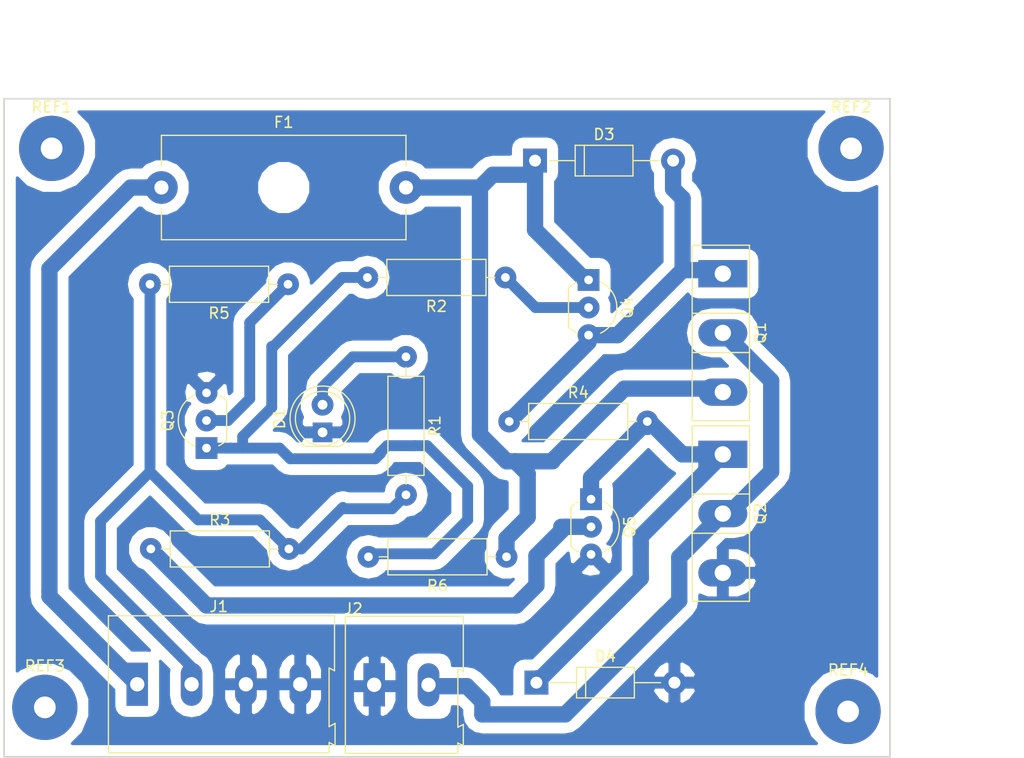
<source format=kicad_pcb>
(kicad_pcb (version 4) (host pcbnew 4.0.7)

  (general
    (links 29)
    (no_connects 2)
    (area 144.005713 51.151024 252.546518 123.375)
    (thickness 1.6)
    (drawings 25)
    (tracks 135)
    (zones 0)
    (modules 21)
    (nets 13)
  )

  (page A4)
  (layers
    (0 F.Cu signal hide)
    (31 B.Cu signal)
    (32 B.Adhes user)
    (33 F.Adhes user)
    (34 B.Paste user)
    (35 F.Paste user)
    (36 B.SilkS user)
    (37 F.SilkS user)
    (38 B.Mask user)
    (39 F.Mask user)
    (40 Dwgs.User user)
    (41 Cmts.User user)
    (42 Eco1.User user)
    (43 Eco2.User user)
    (44 Edge.Cuts user)
    (45 Margin user)
    (46 B.CrtYd user)
    (47 F.CrtYd user)
    (48 B.Fab user)
    (49 F.Fab user)
  )

  (setup
    (last_trace_width 0.25)
    (user_trace_width 1)
    (user_trace_width 1.5)
    (trace_clearance 1)
    (zone_clearance 1)
    (zone_45_only yes)
    (trace_min 0.2)
    (segment_width 0.2)
    (edge_width 0.15)
    (via_size 1.5)
    (via_drill 0.7)
    (via_min_size 0.4)
    (via_min_drill 0.3)
    (uvia_size 0.3)
    (uvia_drill 0.1)
    (uvias_allowed no)
    (uvia_min_size 0.2)
    (uvia_min_drill 0.1)
    (pcb_text_width 0.3)
    (pcb_text_size 1.5 1.5)
    (mod_edge_width 0.15)
    (mod_text_size 1 1)
    (mod_text_width 0.15)
    (pad_size 2 2)
    (pad_drill 0.8)
    (pad_to_mask_clearance 0.2)
    (aux_axis_origin 0 0)
    (visible_elements 7FFFF7FF)
    (pcbplotparams
      (layerselection 0x00030_80000000)
      (usegerberextensions false)
      (excludeedgelayer true)
      (linewidth 0.100000)
      (plotframeref false)
      (viasonmask false)
      (mode 1)
      (useauxorigin false)
      (hpglpennumber 1)
      (hpglpenspeed 20)
      (hpglpendiameter 15)
      (hpglpenoverlay 2)
      (psnegative false)
      (psa4output false)
      (plotreference true)
      (plotvalue true)
      (plotinvisibletext false)
      (padsonsilk false)
      (subtractmaskfromsilk false)
      (outputformat 1)
      (mirror false)
      (drillshape 0)
      (scaleselection 1)
      (outputdirectory ./))
  )

  (net 0 "")
  (net 1 /+E)
  (net 2 GND)
  (net 3 "Net-(J2-Pad1)")
  (net 4 "Net-(D1-Pad2)")
  (net 5 "Net-(D3-Pad2)")
  (net 6 "Net-(D4-Pad1)")
  (net 7 "Net-(Q3-Pad2)")
  (net 8 "Net-(Q4-Pad2)")
  (net 9 "Net-(Q5-Pad2)")
  (net 10 /Alim)
  (net 11 /+24V)
  (net 12 "Net-(Q3-Pad1)")

  (net_class Default "Esta es la clase de red por defecto."
    (clearance 1)
    (trace_width 0.25)
    (via_dia 1.5)
    (via_drill 0.7)
    (uvia_dia 0.3)
    (uvia_drill 0.1)
    (add_net /+24V)
    (add_net /+E)
    (add_net /Alim)
    (add_net GND)
    (add_net "Net-(D1-Pad2)")
    (add_net "Net-(D3-Pad2)")
    (add_net "Net-(D4-Pad1)")
    (add_net "Net-(J2-Pad1)")
    (add_net "Net-(Q3-Pad1)")
    (add_net "Net-(Q3-Pad2)")
    (add_net "Net-(Q4-Pad2)")
    (add_net "Net-(Q5-Pad2)")
  )

  (module Connectors:AK300-2 (layer F.Cu) (tedit 5ADE9F9B) (tstamp 5ABA8FAE)
    (at 188.925 113.75)
    (descr CONNECTOR)
    (tags CONNECTOR)
    (path /5ABA89A2)
    (fp_text reference J2 (at -1.92 -6.99) (layer F.SilkS)
      (effects (font (size 1 1) (thickness 0.15)))
    )
    (fp_text value Motor (at 2.78 7.75) (layer F.Fab)
      (effects (font (size 1 1) (thickness 0.15)))
    )
    (fp_line (start -2.65 -6.3) (end -2.65 6.3) (layer F.SilkS) (width 0.12))
    (fp_line (start -2.65 6.3) (end 7.7 6.3) (layer F.SilkS) (width 0.12))
    (fp_line (start 7.7 6.3) (end 7.7 5.35) (layer F.SilkS) (width 0.12))
    (fp_line (start 7.7 5.35) (end 8.2 5.6) (layer F.SilkS) (width 0.12))
    (fp_line (start 8.2 5.6) (end 8.2 3.7) (layer F.SilkS) (width 0.12))
    (fp_line (start 8.2 3.7) (end 8.2 3.65) (layer F.SilkS) (width 0.12))
    (fp_line (start 8.2 3.65) (end 7.7 3.9) (layer F.SilkS) (width 0.12))
    (fp_line (start 7.7 3.9) (end 7.7 -1.5) (layer F.SilkS) (width 0.12))
    (fp_line (start 7.7 -1.5) (end 8.2 -1.2) (layer F.SilkS) (width 0.12))
    (fp_line (start 8.2 -1.2) (end 8.2 -6.3) (layer F.SilkS) (width 0.12))
    (fp_line (start 8.2 -6.3) (end -2.65 -6.3) (layer F.SilkS) (width 0.12))
    (fp_line (start 8.36 -6.47) (end -2.83 -6.47) (layer F.CrtYd) (width 0.05))
    (fp_line (start 8.36 6.47) (end 8.36 -6.47) (layer F.CrtYd) (width 0.05))
    (fp_line (start -2.83 6.47) (end 8.36 6.47) (layer F.CrtYd) (width 0.05))
    (fp_line (start -2.83 -6.47) (end -2.83 6.47) (layer F.CrtYd) (width 0.05))
    (fp_line (start -1.26 2.54) (end 1.28 2.54) (layer F.Fab) (width 0.1))
    (fp_line (start 1.28 2.54) (end 1.28 -0.25) (layer F.Fab) (width 0.1))
    (fp_line (start -1.26 -0.25) (end 1.28 -0.25) (layer F.Fab) (width 0.1))
    (fp_line (start -1.26 2.54) (end -1.26 -0.25) (layer F.Fab) (width 0.1))
    (fp_line (start 3.74 2.54) (end 6.28 2.54) (layer F.Fab) (width 0.1))
    (fp_line (start 6.28 2.54) (end 6.28 -0.25) (layer F.Fab) (width 0.1))
    (fp_line (start 3.74 -0.25) (end 6.28 -0.25) (layer F.Fab) (width 0.1))
    (fp_line (start 3.74 2.54) (end 3.74 -0.25) (layer F.Fab) (width 0.1))
    (fp_line (start 7.61 -6.22) (end 7.61 -3.17) (layer F.Fab) (width 0.1))
    (fp_line (start 7.61 -6.22) (end -2.58 -6.22) (layer F.Fab) (width 0.1))
    (fp_line (start 7.61 -6.22) (end 8.11 -6.22) (layer F.Fab) (width 0.1))
    (fp_line (start 8.11 -6.22) (end 8.11 -1.4) (layer F.Fab) (width 0.1))
    (fp_line (start 8.11 -1.4) (end 7.61 -1.65) (layer F.Fab) (width 0.1))
    (fp_line (start 8.11 5.46) (end 7.61 5.21) (layer F.Fab) (width 0.1))
    (fp_line (start 7.61 5.21) (end 7.61 6.22) (layer F.Fab) (width 0.1))
    (fp_line (start 8.11 3.81) (end 7.61 4.06) (layer F.Fab) (width 0.1))
    (fp_line (start 7.61 4.06) (end 7.61 5.21) (layer F.Fab) (width 0.1))
    (fp_line (start 8.11 3.81) (end 8.11 5.46) (layer F.Fab) (width 0.1))
    (fp_line (start 2.98 6.22) (end 2.98 4.32) (layer F.Fab) (width 0.1))
    (fp_line (start 7.05 -0.25) (end 7.05 4.32) (layer F.Fab) (width 0.1))
    (fp_line (start 2.98 6.22) (end 7.05 6.22) (layer F.Fab) (width 0.1))
    (fp_line (start 7.05 6.22) (end 7.61 6.22) (layer F.Fab) (width 0.1))
    (fp_line (start 2.04 6.22) (end 2.04 4.32) (layer F.Fab) (width 0.1))
    (fp_line (start 2.04 6.22) (end 2.98 6.22) (layer F.Fab) (width 0.1))
    (fp_line (start -2.02 -0.25) (end -2.02 4.32) (layer F.Fab) (width 0.1))
    (fp_line (start -2.58 6.22) (end -2.02 6.22) (layer F.Fab) (width 0.1))
    (fp_line (start -2.02 6.22) (end 2.04 6.22) (layer F.Fab) (width 0.1))
    (fp_line (start 2.98 4.32) (end 7.05 4.32) (layer F.Fab) (width 0.1))
    (fp_line (start 2.98 4.32) (end 2.98 -0.25) (layer F.Fab) (width 0.1))
    (fp_line (start 7.05 4.32) (end 7.05 6.22) (layer F.Fab) (width 0.1))
    (fp_line (start 2.04 4.32) (end -2.02 4.32) (layer F.Fab) (width 0.1))
    (fp_line (start 2.04 4.32) (end 2.04 -0.25) (layer F.Fab) (width 0.1))
    (fp_line (start -2.02 4.32) (end -2.02 6.22) (layer F.Fab) (width 0.1))
    (fp_line (start 6.67 3.68) (end 6.67 0.51) (layer F.Fab) (width 0.1))
    (fp_line (start 6.67 3.68) (end 3.36 3.68) (layer F.Fab) (width 0.1))
    (fp_line (start 3.36 3.68) (end 3.36 0.51) (layer F.Fab) (width 0.1))
    (fp_line (start 1.66 3.68) (end 1.66 0.51) (layer F.Fab) (width 0.1))
    (fp_line (start 1.66 3.68) (end -1.64 3.68) (layer F.Fab) (width 0.1))
    (fp_line (start -1.64 3.68) (end -1.64 0.51) (layer F.Fab) (width 0.1))
    (fp_line (start -1.64 0.51) (end -1.26 0.51) (layer F.Fab) (width 0.1))
    (fp_line (start 1.66 0.51) (end 1.28 0.51) (layer F.Fab) (width 0.1))
    (fp_line (start 3.36 0.51) (end 3.74 0.51) (layer F.Fab) (width 0.1))
    (fp_line (start 6.67 0.51) (end 6.28 0.51) (layer F.Fab) (width 0.1))
    (fp_line (start -2.58 6.22) (end -2.58 -0.64) (layer F.Fab) (width 0.1))
    (fp_line (start -2.58 -0.64) (end -2.58 -3.17) (layer F.Fab) (width 0.1))
    (fp_line (start 7.61 -1.65) (end 7.61 -0.64) (layer F.Fab) (width 0.1))
    (fp_line (start 7.61 -0.64) (end 7.61 4.06) (layer F.Fab) (width 0.1))
    (fp_line (start -2.58 -3.17) (end 7.61 -3.17) (layer F.Fab) (width 0.1))
    (fp_line (start -2.58 -3.17) (end -2.58 -6.22) (layer F.Fab) (width 0.1))
    (fp_line (start 7.61 -3.17) (end 7.61 -1.65) (layer F.Fab) (width 0.1))
    (fp_line (start 2.98 -3.43) (end 2.98 -5.97) (layer F.Fab) (width 0.1))
    (fp_line (start 2.98 -5.97) (end 7.05 -5.97) (layer F.Fab) (width 0.1))
    (fp_line (start 7.05 -5.97) (end 7.05 -3.43) (layer F.Fab) (width 0.1))
    (fp_line (start 7.05 -3.43) (end 2.98 -3.43) (layer F.Fab) (width 0.1))
    (fp_line (start 2.04 -3.43) (end 2.04 -5.97) (layer F.Fab) (width 0.1))
    (fp_line (start 2.04 -3.43) (end -2.02 -3.43) (layer F.Fab) (width 0.1))
    (fp_line (start -2.02 -3.43) (end -2.02 -5.97) (layer F.Fab) (width 0.1))
    (fp_line (start 2.04 -5.97) (end -2.02 -5.97) (layer F.Fab) (width 0.1))
    (fp_line (start 3.39 -4.45) (end 6.44 -5.08) (layer F.Fab) (width 0.1))
    (fp_line (start 3.52 -4.32) (end 6.56 -4.95) (layer F.Fab) (width 0.1))
    (fp_line (start -1.62 -4.45) (end 1.44 -5.08) (layer F.Fab) (width 0.1))
    (fp_line (start -1.49 -4.32) (end 1.56 -4.95) (layer F.Fab) (width 0.1))
    (fp_line (start -2.02 -0.25) (end -1.64 -0.25) (layer F.Fab) (width 0.1))
    (fp_line (start 2.04 -0.25) (end 1.66 -0.25) (layer F.Fab) (width 0.1))
    (fp_line (start 1.66 -0.25) (end -1.64 -0.25) (layer F.Fab) (width 0.1))
    (fp_line (start -2.58 -0.64) (end -1.64 -0.64) (layer F.Fab) (width 0.1))
    (fp_line (start -1.64 -0.64) (end 1.66 -0.64) (layer F.Fab) (width 0.1))
    (fp_line (start 1.66 -0.64) (end 3.36 -0.64) (layer F.Fab) (width 0.1))
    (fp_line (start 7.61 -0.64) (end 6.67 -0.64) (layer F.Fab) (width 0.1))
    (fp_line (start 6.67 -0.64) (end 3.36 -0.64) (layer F.Fab) (width 0.1))
    (fp_line (start 7.05 -0.25) (end 6.67 -0.25) (layer F.Fab) (width 0.1))
    (fp_line (start 2.98 -0.25) (end 3.36 -0.25) (layer F.Fab) (width 0.1))
    (fp_line (start 3.36 -0.25) (end 6.67 -0.25) (layer F.Fab) (width 0.1))
    (fp_arc (start 6.03 -4.59) (end 6.54 -5.05) (angle 90.5) (layer F.Fab) (width 0.1))
    (fp_arc (start 5.07 -6.07) (end 6.53 -4.12) (angle 75.5) (layer F.Fab) (width 0.1))
    (fp_arc (start 4.99 -3.71) (end 3.39 -5) (angle 100) (layer F.Fab) (width 0.1))
    (fp_arc (start 3.87 -4.65) (end 3.58 -4.13) (angle 104.2) (layer F.Fab) (width 0.1))
    (fp_arc (start 1.03 -4.59) (end 1.53 -5.05) (angle 90.5) (layer F.Fab) (width 0.1))
    (fp_arc (start 0.06 -6.07) (end 1.53 -4.12) (angle 75.5) (layer F.Fab) (width 0.1))
    (fp_arc (start -0.01 -3.71) (end -1.62 -5) (angle 100) (layer F.Fab) (width 0.1))
    (fp_arc (start -1.13 -4.65) (end -1.42 -4.13) (angle 104.2) (layer F.Fab) (width 0.1))
    (pad 2 thru_hole rect (at 0 0) (size 1.98 3.96) (drill 1.32) (layers *.Cu F.Paste F.Mask)
      (net 2 GND))
    (pad 1 thru_hole oval (at 5 0) (size 1.98 3.96) (drill 1.32) (layers *.Cu F.Paste F.Mask)
      (net 3 "Net-(J2-Pad1)"))
  )

  (module Resistors_THT:R_Axial_DIN0309_L9.0mm_D3.2mm_P12.70mm_Horizontal (layer F.Cu) (tedit 5874F706) (tstamp 5ABC6106)
    (at 181 76.9 180)
    (descr "Resistor, Axial_DIN0309 series, Axial, Horizontal, pin pitch=12.7mm, 0.5W = 1/2W, length*diameter=9*3.2mm^2, http://cdn-reichelt.de/documents/datenblatt/B400/1_4W%23YAG.pdf")
    (tags "Resistor Axial_DIN0309 series Axial Horizontal pin pitch 12.7mm 0.5W = 1/2W length 9mm diameter 3.2mm")
    (path /5ABC5565)
    (fp_text reference R5 (at 6.35 -2.66 180) (layer F.SilkS)
      (effects (font (size 1 1) (thickness 0.15)))
    )
    (fp_text value 100K (at 6.35 2.66 180) (layer F.Fab)
      (effects (font (size 1 1) (thickness 0.15)))
    )
    (fp_line (start 1.85 -1.6) (end 1.85 1.6) (layer F.Fab) (width 0.1))
    (fp_line (start 1.85 1.6) (end 10.85 1.6) (layer F.Fab) (width 0.1))
    (fp_line (start 10.85 1.6) (end 10.85 -1.6) (layer F.Fab) (width 0.1))
    (fp_line (start 10.85 -1.6) (end 1.85 -1.6) (layer F.Fab) (width 0.1))
    (fp_line (start 0 0) (end 1.85 0) (layer F.Fab) (width 0.1))
    (fp_line (start 12.7 0) (end 10.85 0) (layer F.Fab) (width 0.1))
    (fp_line (start 1.79 -1.66) (end 1.79 1.66) (layer F.SilkS) (width 0.12))
    (fp_line (start 1.79 1.66) (end 10.91 1.66) (layer F.SilkS) (width 0.12))
    (fp_line (start 10.91 1.66) (end 10.91 -1.66) (layer F.SilkS) (width 0.12))
    (fp_line (start 10.91 -1.66) (end 1.79 -1.66) (layer F.SilkS) (width 0.12))
    (fp_line (start 0.98 0) (end 1.79 0) (layer F.SilkS) (width 0.12))
    (fp_line (start 11.72 0) (end 10.91 0) (layer F.SilkS) (width 0.12))
    (fp_line (start -1.05 -1.95) (end -1.05 1.95) (layer F.CrtYd) (width 0.05))
    (fp_line (start -1.05 1.95) (end 13.75 1.95) (layer F.CrtYd) (width 0.05))
    (fp_line (start 13.75 1.95) (end 13.75 -1.95) (layer F.CrtYd) (width 0.05))
    (fp_line (start 13.75 -1.95) (end -1.05 -1.95) (layer F.CrtYd) (width 0.05))
    (pad 1 thru_hole circle (at 0 0 180) (size 2 2) (drill 0.8) (layers *.Cu *.Mask)
      (net 7 "Net-(Q3-Pad2)"))
    (pad 2 thru_hole oval (at 12.7 0 180) (size 2 2) (drill 0.8) (layers *.Cu *.Mask)
      (net 1 /+E))
    (model ${KISYS3DMOD}/Resistors_THT.3dshapes/R_Axial_DIN0309_L9.0mm_D3.2mm_P12.70mm_Horizontal.wrl
      (at (xyz 0 0 0))
      (scale (xyz 0.393701 0.393701 0.393701))
      (rotate (xyz 0 0 0))
    )
  )

  (module Connectors:AK300-4 (layer F.Cu) (tedit 587FD4EE) (tstamp 5ABA8FA8)
    (at 167.125 113.7)
    (descr CONNECTOR)
    (tags CONNECTOR)
    (path /5ABA9724)
    (fp_text reference J1 (at 7.5 -7.15) (layer F.SilkS)
      (effects (font (size 1 1) (thickness 0.15)))
    )
    (fp_text value Entradas (at 7.45 7.45) (layer F.Fab)
      (effects (font (size 1 1) (thickness 0.15)))
    )
    (fp_line (start -2.65 -6.3) (end 18.15 -6.3) (layer F.SilkS) (width 0.12))
    (fp_line (start 18.15 -6.3) (end 18.15 -1.25) (layer F.SilkS) (width 0.12))
    (fp_line (start 18.15 -1.25) (end 17.65 -1.5) (layer F.SilkS) (width 0.12))
    (fp_line (start 17.65 -1.5) (end 17.65 3.9) (layer F.SilkS) (width 0.12))
    (fp_line (start 17.65 3.9) (end 18.2 3.6) (layer F.SilkS) (width 0.12))
    (fp_line (start 18.2 3.6) (end 18.2 5.65) (layer F.SilkS) (width 0.12))
    (fp_line (start 18.2 5.65) (end 17.65 5.35) (layer F.SilkS) (width 0.12))
    (fp_line (start 17.65 5.35) (end 17.65 6.3) (layer F.SilkS) (width 0.12))
    (fp_line (start 17.65 6.3) (end -2.65 6.3) (layer F.SilkS) (width 0.12))
    (fp_line (start -2.65 6.3) (end -2.65 -6.3) (layer F.SilkS) (width 0.12))
    (fp_line (start 18.35 -6.47) (end 18.35 6.47) (layer F.CrtYd) (width 0.05))
    (fp_line (start -2.83 -6.47) (end -2.83 6.47) (layer F.CrtYd) (width 0.05))
    (fp_line (start -2.83 6.47) (end 18.35 6.47) (layer F.CrtYd) (width 0.05))
    (fp_line (start -2.83 -6.47) (end 18.35 -6.47) (layer F.CrtYd) (width 0.05))
    (fp_line (start 8.75 -0.25) (end 8.75 2.54) (layer F.Fab) (width 0.1))
    (fp_line (start 8.75 2.54) (end 11.29 2.54) (layer F.Fab) (width 0.1))
    (fp_line (start 11.29 2.54) (end 11.29 -0.25) (layer F.Fab) (width 0.1))
    (fp_line (start 7.94 -3.43) (end 7.94 -5.97) (layer F.Fab) (width 0.1))
    (fp_line (start 7.94 -5.97) (end 12 -5.97) (layer F.Fab) (width 0.1))
    (fp_line (start 12 -5.97) (end 12 -3.43) (layer F.Fab) (width 0.1))
    (fp_line (start 12 -3.43) (end 7.94 -3.43) (layer F.Fab) (width 0.1))
    (fp_line (start 8.34 -4.45) (end 11.39 -5.08) (layer F.Fab) (width 0.1))
    (fp_line (start 8.47 -4.32) (end 11.52 -4.95) (layer F.Fab) (width 0.1))
    (fp_line (start 7.99 4.32) (end 12.05 4.32) (layer F.Fab) (width 0.1))
    (fp_line (start 12.05 6.22) (end 12.05 -0.25) (layer F.Fab) (width 0.1))
    (fp_line (start 8.37 0.51) (end 8.75 0.51) (layer F.Fab) (width 0.1))
    (fp_line (start 8.37 0.51) (end 8.37 3.68) (layer F.Fab) (width 0.1))
    (fp_line (start 8.37 3.68) (end 11.67 3.68) (layer F.Fab) (width 0.1))
    (fp_line (start 11.67 3.68) (end 11.67 0.51) (layer F.Fab) (width 0.1))
    (fp_line (start 11.67 0.51) (end 11.29 0.51) (layer F.Fab) (width 0.1))
    (fp_line (start 12.51 -0.64) (end 17.59 -0.64) (layer F.Fab) (width 0.1))
    (fp_line (start 7.99 6.22) (end 7.99 -0.25) (layer F.Fab) (width 0.1))
    (fp_line (start 7.99 -0.25) (end 12.05 -0.25) (layer F.Fab) (width 0.1))
    (fp_line (start 16.95 6.22) (end 13.02 6.22) (layer F.Fab) (width 0.1))
    (fp_line (start 13.17 6.22) (end 7.07 6.22) (layer F.Fab) (width 0.1))
    (fp_line (start 17.59 -3.05) (end -2.58 -3.05) (layer F.Fab) (width 0.1))
    (fp_line (start 17.74 -6.22) (end -2.58 -6.22) (layer F.Fab) (width 0.1))
    (fp_line (start 12.66 -0.64) (end -2.52 -0.64) (layer F.Fab) (width 0.1))
    (fp_line (start 12.95 4) (end 12.95 -0.25) (layer F.Fab) (width 0.1))
    (fp_line (start 13.35 -0.25) (end 16.65 -0.25) (layer F.Fab) (width 0.1))
    (fp_line (start 12.97 -0.25) (end 13.35 -0.25) (layer F.Fab) (width 0.1))
    (fp_line (start 17.03 -0.25) (end 16.65 -0.25) (layer F.Fab) (width 0.1))
    (fp_line (start 13.5 -4.32) (end 16.55 -4.95) (layer F.Fab) (width 0.1))
    (fp_line (start 13.37 -4.45) (end 16.42 -5.08) (layer F.Fab) (width 0.1))
    (fp_line (start 17.03 -3.43) (end 12.97 -3.43) (layer F.Fab) (width 0.1))
    (fp_line (start 17.03 -5.97) (end 17.03 -3.43) (layer F.Fab) (width 0.1))
    (fp_line (start 12.97 -5.97) (end 17.03 -5.97) (layer F.Fab) (width 0.1))
    (fp_line (start 12.97 -3.43) (end 12.97 -5.97) (layer F.Fab) (width 0.1))
    (fp_line (start 17.59 -3.17) (end 17.59 -1.65) (layer F.Fab) (width 0.1))
    (fp_line (start 17.59 -0.64) (end 17.59 4.06) (layer F.Fab) (width 0.1))
    (fp_line (start 17.59 -1.65) (end 17.59 -0.64) (layer F.Fab) (width 0.1))
    (fp_line (start 16.65 0.51) (end 16.27 0.51) (layer F.Fab) (width 0.1))
    (fp_line (start 13.35 0.51) (end 13.73 0.51) (layer F.Fab) (width 0.1))
    (fp_line (start 13.35 3.68) (end 13.35 0.51) (layer F.Fab) (width 0.1))
    (fp_line (start 16.65 3.68) (end 13.35 3.68) (layer F.Fab) (width 0.1))
    (fp_line (start 16.65 3.68) (end 16.65 0.51) (layer F.Fab) (width 0.1))
    (fp_line (start 17.03 4.32) (end 17.03 6.22) (layer F.Fab) (width 0.1))
    (fp_line (start 12.97 4.32) (end 17.03 4.32) (layer F.Fab) (width 0.1))
    (fp_line (start 17.03 6.22) (end 17.59 6.22) (layer F.Fab) (width 0.1))
    (fp_line (start 17.03 -0.25) (end 17.03 4.32) (layer F.Fab) (width 0.1))
    (fp_line (start 12.97 6.22) (end 12.97 4.32) (layer F.Fab) (width 0.1))
    (fp_line (start 18.1 3.81) (end 18.1 5.46) (layer F.Fab) (width 0.1))
    (fp_line (start 17.59 4.06) (end 17.59 5.21) (layer F.Fab) (width 0.1))
    (fp_line (start 18.1 3.81) (end 17.59 4.06) (layer F.Fab) (width 0.1))
    (fp_line (start 17.59 5.21) (end 17.59 6.22) (layer F.Fab) (width 0.1))
    (fp_line (start 18.1 5.46) (end 17.59 5.21) (layer F.Fab) (width 0.1))
    (fp_line (start 18.1 -1.4) (end 17.59 -1.65) (layer F.Fab) (width 0.1))
    (fp_line (start 18.1 -6.22) (end 18.1 -1.4) (layer F.Fab) (width 0.1))
    (fp_line (start 17.59 -6.22) (end 18.1 -6.22) (layer F.Fab) (width 0.1))
    (fp_line (start 17.59 -6.22) (end 17.59 -3.17) (layer F.Fab) (width 0.1))
    (fp_line (start 13.73 2.54) (end 13.73 -0.25) (layer F.Fab) (width 0.1))
    (fp_line (start 13.73 -0.25) (end 16.27 -0.25) (layer F.Fab) (width 0.1))
    (fp_line (start 16.27 2.54) (end 16.27 -0.25) (layer F.Fab) (width 0.1))
    (fp_line (start 13.73 2.54) (end 16.27 2.54) (layer F.Fab) (width 0.1))
    (fp_line (start -1.28 2.54) (end 1.26 2.54) (layer F.Fab) (width 0.1))
    (fp_line (start 1.26 2.54) (end 1.26 -0.25) (layer F.Fab) (width 0.1))
    (fp_line (start -1.28 -0.25) (end 1.26 -0.25) (layer F.Fab) (width 0.1))
    (fp_line (start -1.28 2.54) (end -1.28 -0.25) (layer F.Fab) (width 0.1))
    (fp_line (start 3.72 2.54) (end 6.26 2.54) (layer F.Fab) (width 0.1))
    (fp_line (start 6.26 2.54) (end 6.26 -0.25) (layer F.Fab) (width 0.1))
    (fp_line (start 3.72 -0.25) (end 6.26 -0.25) (layer F.Fab) (width 0.1))
    (fp_line (start 3.72 2.54) (end 3.72 -0.25) (layer F.Fab) (width 0.1))
    (fp_line (start 12.95 5.21) (end 12.95 6.22) (layer F.Fab) (width 0.1))
    (fp_line (start 12.95 4.06) (end 12.95 5.21) (layer F.Fab) (width 0.1))
    (fp_line (start 2.96 6.22) (end 2.96 4.32) (layer F.Fab) (width 0.1))
    (fp_line (start 7.02 -0.25) (end 7.02 4.32) (layer F.Fab) (width 0.1))
    (fp_line (start 2.96 6.22) (end 7.02 6.22) (layer F.Fab) (width 0.1))
    (fp_line (start 2.02 6.22) (end 2.02 4.32) (layer F.Fab) (width 0.1))
    (fp_line (start 2.02 6.22) (end 2.96 6.22) (layer F.Fab) (width 0.1))
    (fp_line (start -2.05 -0.25) (end -2.05 4.32) (layer F.Fab) (width 0.1))
    (fp_line (start -2.58 6.22) (end -2.05 6.22) (layer F.Fab) (width 0.1))
    (fp_line (start -2.05 6.22) (end 2.02 6.22) (layer F.Fab) (width 0.1))
    (fp_line (start 2.96 4.32) (end 7.02 4.32) (layer F.Fab) (width 0.1))
    (fp_line (start 2.96 4.32) (end 2.96 -0.25) (layer F.Fab) (width 0.1))
    (fp_line (start 7.02 4.32) (end 7.02 6.22) (layer F.Fab) (width 0.1))
    (fp_line (start 2.02 4.32) (end -2.05 4.32) (layer F.Fab) (width 0.1))
    (fp_line (start 2.02 4.32) (end 2.02 -0.25) (layer F.Fab) (width 0.1))
    (fp_line (start -2.05 4.32) (end -2.05 6.22) (layer F.Fab) (width 0.1))
    (fp_line (start 6.64 3.68) (end 6.64 0.51) (layer F.Fab) (width 0.1))
    (fp_line (start 6.64 3.68) (end 3.34 3.68) (layer F.Fab) (width 0.1))
    (fp_line (start 3.34 3.68) (end 3.34 0.51) (layer F.Fab) (width 0.1))
    (fp_line (start 1.64 3.68) (end 1.64 0.51) (layer F.Fab) (width 0.1))
    (fp_line (start 1.64 3.68) (end -1.67 3.68) (layer F.Fab) (width 0.1))
    (fp_line (start -1.67 3.68) (end -1.67 0.51) (layer F.Fab) (width 0.1))
    (fp_line (start -1.67 0.51) (end -1.28 0.51) (layer F.Fab) (width 0.1))
    (fp_line (start 1.64 0.51) (end 1.26 0.51) (layer F.Fab) (width 0.1))
    (fp_line (start 3.34 0.51) (end 3.72 0.51) (layer F.Fab) (width 0.1))
    (fp_line (start 6.64 0.51) (end 6.26 0.51) (layer F.Fab) (width 0.1))
    (fp_line (start -2.58 6.22) (end -2.58 -0.64) (layer F.Fab) (width 0.1))
    (fp_line (start -2.58 -0.64) (end -2.58 -3.17) (layer F.Fab) (width 0.1))
    (fp_line (start -2.58 -3.17) (end -2.58 -6.22) (layer F.Fab) (width 0.1))
    (fp_line (start 2.96 -3.43) (end 2.96 -5.97) (layer F.Fab) (width 0.1))
    (fp_line (start 2.96 -5.97) (end 7.02 -5.97) (layer F.Fab) (width 0.1))
    (fp_line (start 7.02 -5.97) (end 7.02 -3.43) (layer F.Fab) (width 0.1))
    (fp_line (start 7.02 -3.43) (end 2.96 -3.43) (layer F.Fab) (width 0.1))
    (fp_line (start 2.02 -3.43) (end 2.02 -5.97) (layer F.Fab) (width 0.1))
    (fp_line (start 2.02 -3.43) (end -2.05 -3.43) (layer F.Fab) (width 0.1))
    (fp_line (start -2.05 -3.43) (end -2.05 -5.97) (layer F.Fab) (width 0.1))
    (fp_line (start 2.02 -5.97) (end -2.05 -5.97) (layer F.Fab) (width 0.1))
    (fp_line (start 3.36 -4.45) (end 6.41 -5.08) (layer F.Fab) (width 0.1))
    (fp_line (start 3.49 -4.32) (end 6.54 -4.95) (layer F.Fab) (width 0.1))
    (fp_line (start -1.64 -4.45) (end 1.41 -5.08) (layer F.Fab) (width 0.1))
    (fp_line (start -1.51 -4.32) (end 1.53 -4.95) (layer F.Fab) (width 0.1))
    (fp_line (start -2.05 -0.25) (end -1.67 -0.25) (layer F.Fab) (width 0.1))
    (fp_line (start 2.02 -0.25) (end 1.64 -0.25) (layer F.Fab) (width 0.1))
    (fp_line (start 1.64 -0.25) (end -1.67 -0.25) (layer F.Fab) (width 0.1))
    (fp_line (start 7.02 -0.25) (end 6.64 -0.25) (layer F.Fab) (width 0.1))
    (fp_line (start 2.96 -0.25) (end 3.34 -0.25) (layer F.Fab) (width 0.1))
    (fp_line (start 3.34 -0.25) (end 6.64 -0.25) (layer F.Fab) (width 0.1))
    (fp_arc (start 10.99 -4.59) (end 11.49 -5.05) (angle 90.5) (layer F.Fab) (width 0.1))
    (fp_arc (start 10.02 -6.07) (end 11.48 -4.12) (angle 75.5) (layer F.Fab) (width 0.1))
    (fp_arc (start 9.94 -3.71) (end 8.34 -5) (angle 100) (layer F.Fab) (width 0.1))
    (fp_arc (start 8.83 -4.65) (end 8.54 -4.13) (angle 104.2) (layer F.Fab) (width 0.1))
    (fp_arc (start 13.86 -4.65) (end 13.57 -4.13) (angle 104.2) (layer F.Fab) (width 0.1))
    (fp_arc (start 14.97 -3.71) (end 13.37 -5) (angle 100) (layer F.Fab) (width 0.1))
    (fp_arc (start 15.05 -6.07) (end 16.51 -4.12) (angle 75.5) (layer F.Fab) (width 0.1))
    (fp_arc (start 16.02 -4.59) (end 16.52 -5.05) (angle 90.5) (layer F.Fab) (width 0.1))
    (fp_arc (start 6.01 -4.59) (end 6.51 -5.05) (angle 90.5) (layer F.Fab) (width 0.1))
    (fp_arc (start 5.04 -6.07) (end 6.5 -4.12) (angle 75.5) (layer F.Fab) (width 0.1))
    (fp_arc (start 4.96 -3.71) (end 3.36 -5) (angle 100) (layer F.Fab) (width 0.1))
    (fp_arc (start 3.85 -4.65) (end 3.56 -4.13) (angle 104.2) (layer F.Fab) (width 0.1))
    (fp_arc (start 1 -4.59) (end 1.51 -5.05) (angle 90.5) (layer F.Fab) (width 0.1))
    (fp_arc (start 0.04 -6.07) (end 1.5 -4.12) (angle 75.5) (layer F.Fab) (width 0.1))
    (fp_arc (start -0.04 -3.71) (end -1.64 -5) (angle 100) (layer F.Fab) (width 0.1))
    (fp_arc (start -1.16 -4.65) (end -1.44 -4.13) (angle 104.2) (layer F.Fab) (width 0.1))
    (pad 1 thru_hole rect (at 0 0) (size 1.98 3.96) (drill 1.32) (layers *.Cu F.Paste F.Mask)
      (net 11 /+24V))
    (pad 2 thru_hole oval (at 5 0) (size 1.98 3.96) (drill 1.32) (layers *.Cu F.Paste F.Mask)
      (net 1 /+E))
    (pad 4 thru_hole oval (at 15 0) (size 1.98 3.96) (drill 1.32) (layers *.Cu F.Paste F.Mask)
      (net 2 GND))
    (pad 3 thru_hole oval (at 10 0) (size 1.98 3.96) (drill 1.32) (layers *.Cu *.Mask)
      (net 2 GND))
  )

  (module TO_SOT_Packages_THT:TO-247_TO-3P_Vertical (layer F.Cu) (tedit 58CE52AE) (tstamp 5ABA8FB5)
    (at 221 75.925 270)
    (descr "TO-247, Vertical, RM 5.45mm, TO-3P")
    (tags "TO-247 Vertical RM 5.45mm TO-3P")
    (path /5ABAD99C)
    (fp_text reference Q1 (at 5.45 -3.45 270) (layer F.SilkS)
      (effects (font (size 1 1) (thickness 0.15)))
    )
    (fp_text value IRFP9240 (at 5.45 6.07 270) (layer F.Fab)
      (effects (font (size 1 1) (thickness 0.15)))
    )
    (fp_text user %R (at 5.45 -3.45 270) (layer F.Fab)
      (effects (font (size 1 1) (thickness 0.15)))
    )
    (fp_line (start -2.5 -2.33) (end -2.5 2.7) (layer F.Fab) (width 0.1))
    (fp_line (start -2.5 2.7) (end 13.4 2.7) (layer F.Fab) (width 0.1))
    (fp_line (start 13.4 2.7) (end 13.4 -2.33) (layer F.Fab) (width 0.1))
    (fp_line (start 13.4 -2.33) (end -2.5 -2.33) (layer F.Fab) (width 0.1))
    (fp_line (start 3.645 -2.33) (end 3.645 2.7) (layer F.Fab) (width 0.1))
    (fp_line (start 7.255 -2.33) (end 7.255 2.7) (layer F.Fab) (width 0.1))
    (fp_line (start -2.62 -2.451) (end 13.52 -2.451) (layer F.SilkS) (width 0.12))
    (fp_line (start -2.62 2.82) (end 13.52 2.82) (layer F.SilkS) (width 0.12))
    (fp_line (start -2.62 -2.451) (end -2.62 2.82) (layer F.SilkS) (width 0.12))
    (fp_line (start 13.52 -2.451) (end 13.52 2.82) (layer F.SilkS) (width 0.12))
    (fp_line (start 3.646 -2.451) (end 3.646 2.82) (layer F.SilkS) (width 0.12))
    (fp_line (start 7.255 -2.451) (end 7.255 2.82) (layer F.SilkS) (width 0.12))
    (fp_line (start -2.75 -2.59) (end -2.75 2.95) (layer F.CrtYd) (width 0.05))
    (fp_line (start -2.75 2.95) (end 13.65 2.95) (layer F.CrtYd) (width 0.05))
    (fp_line (start 13.65 2.95) (end 13.65 -2.59) (layer F.CrtYd) (width 0.05))
    (fp_line (start 13.65 -2.59) (end -2.75 -2.59) (layer F.CrtYd) (width 0.05))
    (pad 1 thru_hole rect (at 0 0 270) (size 2.5 4.5) (drill 1.5) (layers *.Cu *.Mask)
      (net 5 "Net-(D3-Pad2)"))
    (pad 2 thru_hole oval (at 5.45 0 270) (size 2.5 4.5) (drill 1.5) (layers *.Cu *.Mask)
      (net 3 "Net-(J2-Pad1)"))
    (pad 3 thru_hole oval (at 10.9 0 270) (size 2.5 4.5) (drill 1.5) (layers *.Cu *.Mask)
      (net 10 /Alim))
    (model ${KISYS3DMOD}/TO_SOT_Packages_THT.3dshapes/TO-247_TO-3P_Vertical.wrl
      (at (xyz 0.212598 0 0))
      (scale (xyz 1 1 1))
      (rotate (xyz 0 0 0))
    )
  )

  (module TO_SOT_Packages_THT:TO-247_TO-3P_Vertical (layer F.Cu) (tedit 58CE52AE) (tstamp 5ABA8FBC)
    (at 221 92.55 270)
    (descr "TO-247, Vertical, RM 5.45mm, TO-3P")
    (tags "TO-247 Vertical RM 5.45mm TO-3P")
    (path /5ABADBDE)
    (fp_text reference Q2 (at 5.45 -3.45 270) (layer F.SilkS)
      (effects (font (size 1 1) (thickness 0.15)))
    )
    (fp_text value IRFP240 (at 5.45 6.07 270) (layer F.Fab)
      (effects (font (size 1 1) (thickness 0.15)))
    )
    (fp_text user %R (at 5.45 -3.45 270) (layer F.Fab)
      (effects (font (size 1 1) (thickness 0.15)))
    )
    (fp_line (start -2.5 -2.33) (end -2.5 2.7) (layer F.Fab) (width 0.1))
    (fp_line (start -2.5 2.7) (end 13.4 2.7) (layer F.Fab) (width 0.1))
    (fp_line (start 13.4 2.7) (end 13.4 -2.33) (layer F.Fab) (width 0.1))
    (fp_line (start 13.4 -2.33) (end -2.5 -2.33) (layer F.Fab) (width 0.1))
    (fp_line (start 3.645 -2.33) (end 3.645 2.7) (layer F.Fab) (width 0.1))
    (fp_line (start 7.255 -2.33) (end 7.255 2.7) (layer F.Fab) (width 0.1))
    (fp_line (start -2.62 -2.451) (end 13.52 -2.451) (layer F.SilkS) (width 0.12))
    (fp_line (start -2.62 2.82) (end 13.52 2.82) (layer F.SilkS) (width 0.12))
    (fp_line (start -2.62 -2.451) (end -2.62 2.82) (layer F.SilkS) (width 0.12))
    (fp_line (start 13.52 -2.451) (end 13.52 2.82) (layer F.SilkS) (width 0.12))
    (fp_line (start 3.646 -2.451) (end 3.646 2.82) (layer F.SilkS) (width 0.12))
    (fp_line (start 7.255 -2.451) (end 7.255 2.82) (layer F.SilkS) (width 0.12))
    (fp_line (start -2.75 -2.59) (end -2.75 2.95) (layer F.CrtYd) (width 0.05))
    (fp_line (start -2.75 2.95) (end 13.65 2.95) (layer F.CrtYd) (width 0.05))
    (fp_line (start 13.65 2.95) (end 13.65 -2.59) (layer F.CrtYd) (width 0.05))
    (fp_line (start 13.65 -2.59) (end -2.75 -2.59) (layer F.CrtYd) (width 0.05))
    (pad 1 thru_hole rect (at 0 0 270) (size 2.5 4.5) (drill 1.5) (layers *.Cu *.Mask)
      (net 6 "Net-(D4-Pad1)"))
    (pad 2 thru_hole oval (at 5.45 0 270) (size 2.5 4.5) (drill 1.5) (layers *.Cu *.Mask)
      (net 3 "Net-(J2-Pad1)"))
    (pad 3 thru_hole oval (at 10.9 0 270) (size 2.5 4.5) (drill 1.5) (layers *.Cu *.Mask)
      (net 2 GND))
    (model ${KISYS3DMOD}/TO_SOT_Packages_THT.3dshapes/TO-247_TO-3P_Vertical.wrl
      (at (xyz 0.212598 0 0))
      (scale (xyz 1 1 1))
      (rotate (xyz 0 0 0))
    )
  )

  (module LEDs:LED_D5.0mm (layer F.Cu) (tedit 5ACE7CBF) (tstamp 5ABA93CD)
    (at 184.175 90.525 90)
    (descr "LED, diameter 5.0mm, 2 pins, http://cdn-reichelt.de/documents/datenblatt/A500/LL-504BC2E-009.pdf")
    (tags "LED diameter 5.0mm 2 pins")
    (path /5ABAC263)
    (fp_text reference D1 (at 1.27 -3.96 90) (layer F.SilkS)
      (effects (font (size 1 1) (thickness 0.15)))
    )
    (fp_text value LED (at 1.27 3.96 90) (layer F.Fab)
      (effects (font (size 1 1) (thickness 0.15)))
    )
    (fp_arc (start 1.27 0) (end -1.23 -1.469694) (angle 299.1) (layer F.Fab) (width 0.1))
    (fp_arc (start 1.27 0) (end -1.29 -1.54483) (angle 148.9) (layer F.SilkS) (width 0.12))
    (fp_arc (start 1.27 0) (end -1.29 1.54483) (angle -148.9) (layer F.SilkS) (width 0.12))
    (fp_circle (center 1.27 0) (end 3.77 0) (layer F.Fab) (width 0.1))
    (fp_circle (center 1.27 0) (end 3.77 0) (layer F.SilkS) (width 0.12))
    (fp_line (start -1.23 -1.469694) (end -1.23 1.469694) (layer F.Fab) (width 0.1))
    (fp_line (start -1.29 -1.545) (end -1.29 1.545) (layer F.SilkS) (width 0.12))
    (fp_line (start -1.95 -3.25) (end -1.95 3.25) (layer F.CrtYd) (width 0.05))
    (fp_line (start -1.95 3.25) (end 4.5 3.25) (layer F.CrtYd) (width 0.05))
    (fp_line (start 4.5 3.25) (end 4.5 -3.25) (layer F.CrtYd) (width 0.05))
    (fp_line (start 4.5 -3.25) (end -1.95 -3.25) (layer F.CrtYd) (width 0.05))
    (fp_text user %R (at 1.25 0 90) (layer F.Fab)
      (effects (font (size 0.8 0.8) (thickness 0.2)))
    )
    (pad 1 thru_hole rect (at 0 0 90) (size 1.8 1.8) (drill 0.9) (layers *.Cu *.Mask)
      (net 2 GND))
    (pad 2 thru_hole circle (at 2.54 0 90) (size 2 2) (drill 0.9) (layers *.Cu *.Mask)
      (net 4 "Net-(D1-Pad2)"))
    (model ${KISYS3DMOD}/LEDs.3dshapes/LED_D5.0mm.wrl
      (at (xyz 0 0 0))
      (scale (xyz 0.393701 0.393701 0.393701))
      (rotate (xyz 0 0 0))
    )
  )

  (module Fuse_Holders_and_Fuses:Fuseholder5x20_horiz_open_Schurter_0031_8201 (layer F.Cu) (tedit 5880C433) (tstamp 5ABA93D4)
    (at 169.35 68)
    (descr http://www.schurter.com/var/schurter/storage/ilcatalogue/files/document/datasheet/en/pdf/typ_OGN.pdf)
    (tags "Fuseholder horizontal open 5x20 Schurter 0031.8201")
    (path /5ABACBD9)
    (fp_text reference F1 (at 11.25 -6) (layer F.SilkS)
      (effects (font (size 1 1) (thickness 0.15)))
    )
    (fp_text value Fuse (at 11.25 6) (layer F.Fab)
      (effects (font (size 1 1) (thickness 0.15)))
    )
    (fp_line (start 0.1 -4.7) (end 0.1 4.7) (layer F.Fab) (width 0.1))
    (fp_line (start 0.1 4.7) (end 22.4 4.7) (layer F.Fab) (width 0.1))
    (fp_line (start 22.4 4.7) (end 22.4 -4.7) (layer F.Fab) (width 0.1))
    (fp_line (start 22.4 -4.7) (end 0.1 -4.7) (layer F.Fab) (width 0.1))
    (fp_line (start -0.25 5.05) (end -0.25 1.95) (layer F.CrtYd) (width 0.05))
    (fp_line (start 22.5 4.8) (end 22.5 2) (layer F.SilkS) (width 0.12))
    (fp_line (start 22.5 -2) (end 22.5 -4.8) (layer F.SilkS) (width 0.12))
    (fp_line (start 0 -2) (end 0 -4.8) (layer F.SilkS) (width 0.12))
    (fp_line (start 0 -4.8) (end 22.5 -4.8) (layer F.SilkS) (width 0.12))
    (fp_line (start 22.75 5.05) (end -0.25 5.05) (layer F.CrtYd) (width 0.05))
    (fp_line (start -0.25 -5.05) (end 22.75 -5.05) (layer F.CrtYd) (width 0.05))
    (fp_line (start 0 4.8) (end 22.5 4.8) (layer F.SilkS) (width 0.12))
    (fp_line (start -0.25 -1.95) (end -0.25 -5.05) (layer F.CrtYd) (width 0.05))
    (fp_line (start 22.75 -1.95) (end 22.75 -5.05) (layer F.CrtYd) (width 0.05))
    (fp_line (start 22.75 1.95) (end 22.75 5.05) (layer F.CrtYd) (width 0.05))
    (fp_line (start 0 4.8) (end 0 2) (layer F.SilkS) (width 0.12))
    (fp_arc (start 22.5 0) (end 22.75 -1.95) (angle 165.3) (layer F.CrtYd) (width 0.05))
    (fp_arc (start 0 0) (end -0.25 1.95) (angle 165.3) (layer F.CrtYd) (width 0.05))
    (pad 1 thru_hole circle (at 0 0) (size 3 3) (drill 1.3) (layers *.Cu *.Mask)
      (net 11 /+24V))
    (pad 2 thru_hole circle (at 22.5 0) (size 3 3) (drill 1.3) (layers *.Cu *.Mask)
      (net 10 /Alim))
    (pad "" np_thru_hole circle (at 11.25 0) (size 2.7 2.7) (drill 2.7) (layers *.Cu *.Mask))
  )

  (module Resistors_THT:R_Axial_DIN0309_L9.0mm_D3.2mm_P12.70mm_Horizontal (layer F.Cu) (tedit 5874F706) (tstamp 5ABC23CE)
    (at 191.85 83.575 270)
    (descr "Resistor, Axial_DIN0309 series, Axial, Horizontal, pin pitch=12.7mm, 0.5W = 1/2W, length*diameter=9*3.2mm^2, http://cdn-reichelt.de/documents/datenblatt/B400/1_4W%23YAG.pdf")
    (tags "Resistor Axial_DIN0309 series Axial Horizontal pin pitch 12.7mm 0.5W = 1/2W length 9mm diameter 3.2mm")
    (path /5ABC23EC)
    (fp_text reference R1 (at 6.35 -2.66 270) (layer F.SilkS)
      (effects (font (size 1 1) (thickness 0.15)))
    )
    (fp_text value 2K2 (at 6.35 2.66 270) (layer F.Fab)
      (effects (font (size 1 1) (thickness 0.15)))
    )
    (fp_line (start 1.85 -1.6) (end 1.85 1.6) (layer F.Fab) (width 0.1))
    (fp_line (start 1.85 1.6) (end 10.85 1.6) (layer F.Fab) (width 0.1))
    (fp_line (start 10.85 1.6) (end 10.85 -1.6) (layer F.Fab) (width 0.1))
    (fp_line (start 10.85 -1.6) (end 1.85 -1.6) (layer F.Fab) (width 0.1))
    (fp_line (start 0 0) (end 1.85 0) (layer F.Fab) (width 0.1))
    (fp_line (start 12.7 0) (end 10.85 0) (layer F.Fab) (width 0.1))
    (fp_line (start 1.79 -1.66) (end 1.79 1.66) (layer F.SilkS) (width 0.12))
    (fp_line (start 1.79 1.66) (end 10.91 1.66) (layer F.SilkS) (width 0.12))
    (fp_line (start 10.91 1.66) (end 10.91 -1.66) (layer F.SilkS) (width 0.12))
    (fp_line (start 10.91 -1.66) (end 1.79 -1.66) (layer F.SilkS) (width 0.12))
    (fp_line (start 0.98 0) (end 1.79 0) (layer F.SilkS) (width 0.12))
    (fp_line (start 11.72 0) (end 10.91 0) (layer F.SilkS) (width 0.12))
    (fp_line (start -1.05 -1.95) (end -1.05 1.95) (layer F.CrtYd) (width 0.05))
    (fp_line (start -1.05 1.95) (end 13.75 1.95) (layer F.CrtYd) (width 0.05))
    (fp_line (start 13.75 1.95) (end 13.75 -1.95) (layer F.CrtYd) (width 0.05))
    (fp_line (start 13.75 -1.95) (end -1.05 -1.95) (layer F.CrtYd) (width 0.05))
    (pad 1 thru_hole circle (at 0 0 270) (size 2 2) (drill 0.8) (layers *.Cu *.Mask)
      (net 4 "Net-(D1-Pad2)"))
    (pad 2 thru_hole oval (at 12.7 0 270) (size 2 2) (drill 0.8) (layers *.Cu *.Mask)
      (net 1 /+E))
    (model ${KISYS3DMOD}/Resistors_THT.3dshapes/R_Axial_DIN0309_L9.0mm_D3.2mm_P12.70mm_Horizontal.wrl
      (at (xyz 0 0 0))
      (scale (xyz 0.393701 0.393701 0.393701))
      (rotate (xyz 0 0 0))
    )
  )

  (module Resistors_THT:R_Axial_DIN0309_L9.0mm_D3.2mm_P12.70mm_Horizontal (layer F.Cu) (tedit 5874F706) (tstamp 5ABC23D3)
    (at 201 76.275 180)
    (descr "Resistor, Axial_DIN0309 series, Axial, Horizontal, pin pitch=12.7mm, 0.5W = 1/2W, length*diameter=9*3.2mm^2, http://cdn-reichelt.de/documents/datenblatt/B400/1_4W%23YAG.pdf")
    (tags "Resistor Axial_DIN0309 series Axial Horizontal pin pitch 12.7mm 0.5W = 1/2W length 9mm diameter 3.2mm")
    (path /5ABC1CAC)
    (fp_text reference R2 (at 6.35 -2.66 180) (layer F.SilkS)
      (effects (font (size 1 1) (thickness 0.15)))
    )
    (fp_text value 12K (at 6.35 2.66 180) (layer F.Fab)
      (effects (font (size 1 1) (thickness 0.15)))
    )
    (fp_line (start 1.85 -1.6) (end 1.85 1.6) (layer F.Fab) (width 0.1))
    (fp_line (start 1.85 1.6) (end 10.85 1.6) (layer F.Fab) (width 0.1))
    (fp_line (start 10.85 1.6) (end 10.85 -1.6) (layer F.Fab) (width 0.1))
    (fp_line (start 10.85 -1.6) (end 1.85 -1.6) (layer F.Fab) (width 0.1))
    (fp_line (start 0 0) (end 1.85 0) (layer F.Fab) (width 0.1))
    (fp_line (start 12.7 0) (end 10.85 0) (layer F.Fab) (width 0.1))
    (fp_line (start 1.79 -1.66) (end 1.79 1.66) (layer F.SilkS) (width 0.12))
    (fp_line (start 1.79 1.66) (end 10.91 1.66) (layer F.SilkS) (width 0.12))
    (fp_line (start 10.91 1.66) (end 10.91 -1.66) (layer F.SilkS) (width 0.12))
    (fp_line (start 10.91 -1.66) (end 1.79 -1.66) (layer F.SilkS) (width 0.12))
    (fp_line (start 0.98 0) (end 1.79 0) (layer F.SilkS) (width 0.12))
    (fp_line (start 11.72 0) (end 10.91 0) (layer F.SilkS) (width 0.12))
    (fp_line (start -1.05 -1.95) (end -1.05 1.95) (layer F.CrtYd) (width 0.05))
    (fp_line (start -1.05 1.95) (end 13.75 1.95) (layer F.CrtYd) (width 0.05))
    (fp_line (start 13.75 1.95) (end 13.75 -1.95) (layer F.CrtYd) (width 0.05))
    (fp_line (start 13.75 -1.95) (end -1.05 -1.95) (layer F.CrtYd) (width 0.05))
    (pad 1 thru_hole circle (at 0 0 180) (size 2 2) (drill 0.8) (layers *.Cu *.Mask)
      (net 8 "Net-(Q4-Pad2)"))
    (pad 2 thru_hole oval (at 12.7 0 180) (size 2 2) (drill 0.8) (layers *.Cu *.Mask)
      (net 12 "Net-(Q3-Pad1)"))
    (model ${KISYS3DMOD}/Resistors_THT.3dshapes/R_Axial_DIN0309_L9.0mm_D3.2mm_P12.70mm_Horizontal.wrl
      (at (xyz 0 0 0))
      (scale (xyz 0.393701 0.393701 0.393701))
      (rotate (xyz 0 0 0))
    )
  )

  (module Resistors_THT:R_Axial_DIN0309_L9.0mm_D3.2mm_P12.70mm_Horizontal (layer F.Cu) (tedit 5ACE7CA9) (tstamp 5ABC23D8)
    (at 168.375 101.25)
    (descr "Resistor, Axial_DIN0309 series, Axial, Horizontal, pin pitch=12.7mm, 0.5W = 1/2W, length*diameter=9*3.2mm^2, http://cdn-reichelt.de/documents/datenblatt/B400/1_4W%23YAG.pdf")
    (tags "Resistor Axial_DIN0309 series Axial Horizontal pin pitch 12.7mm 0.5W = 1/2W length 9mm diameter 3.2mm")
    (path /5ABC1D4D)
    (fp_text reference R3 (at 6.35 -2.66) (layer F.SilkS)
      (effects (font (size 1 1) (thickness 0.15)))
    )
    (fp_text value 100K (at 6.35 2.66) (layer F.Fab)
      (effects (font (size 1 1) (thickness 0.15)))
    )
    (fp_line (start 1.85 -1.6) (end 1.85 1.6) (layer F.Fab) (width 0.1))
    (fp_line (start 1.85 1.6) (end 10.85 1.6) (layer F.Fab) (width 0.1))
    (fp_line (start 10.85 1.6) (end 10.85 -1.6) (layer F.Fab) (width 0.1))
    (fp_line (start 10.85 -1.6) (end 1.85 -1.6) (layer F.Fab) (width 0.1))
    (fp_line (start 0 0) (end 1.85 0) (layer F.Fab) (width 0.1))
    (fp_line (start 12.7 0) (end 10.85 0) (layer F.Fab) (width 0.1))
    (fp_line (start 1.79 -1.66) (end 1.79 1.66) (layer F.SilkS) (width 0.12))
    (fp_line (start 1.79 1.66) (end 10.91 1.66) (layer F.SilkS) (width 0.12))
    (fp_line (start 10.91 1.66) (end 10.91 -1.66) (layer F.SilkS) (width 0.12))
    (fp_line (start 10.91 -1.66) (end 1.79 -1.66) (layer F.SilkS) (width 0.12))
    (fp_line (start 0.98 0) (end 1.79 0) (layer F.SilkS) (width 0.12))
    (fp_line (start 11.72 0) (end 10.91 0) (layer F.SilkS) (width 0.12))
    (fp_line (start -1.05 -1.95) (end -1.05 1.95) (layer F.CrtYd) (width 0.05))
    (fp_line (start -1.05 1.95) (end 13.75 1.95) (layer F.CrtYd) (width 0.05))
    (fp_line (start 13.75 1.95) (end 13.75 -1.95) (layer F.CrtYd) (width 0.05))
    (fp_line (start 13.75 -1.95) (end -1.05 -1.95) (layer F.CrtYd) (width 0.05))
    (pad 1 thru_hole circle (at 0 0) (size 2 2) (drill 0.8) (layers *.Cu *.Mask)
      (net 9 "Net-(Q5-Pad2)"))
    (pad 2 thru_hole oval (at 12.7 0) (size 2 2) (drill 0.8) (layers *.Cu *.Mask)
      (net 1 /+E))
    (model ${KISYS3DMOD}/Resistors_THT.3dshapes/R_Axial_DIN0309_L9.0mm_D3.2mm_P12.70mm_Horizontal.wrl
      (at (xyz 0 0 0))
      (scale (xyz 0.393701 0.393701 0.393701))
      (rotate (xyz 0 0 0))
    )
  )

  (module Resistors_THT:R_Axial_DIN0309_L9.0mm_D3.2mm_P12.70mm_Horizontal (layer F.Cu) (tedit 5874F706) (tstamp 5ABC23DD)
    (at 201.35 89.525)
    (descr "Resistor, Axial_DIN0309 series, Axial, Horizontal, pin pitch=12.7mm, 0.5W = 1/2W, length*diameter=9*3.2mm^2, http://cdn-reichelt.de/documents/datenblatt/B400/1_4W%23YAG.pdf")
    (tags "Resistor Axial_DIN0309 series Axial Horizontal pin pitch 12.7mm 0.5W = 1/2W length 9mm diameter 3.2mm")
    (path /5ABC19DF)
    (fp_text reference R4 (at 6.35 -2.66) (layer F.SilkS)
      (effects (font (size 1 1) (thickness 0.15)))
    )
    (fp_text value 12K (at 6.35 2.66) (layer F.Fab)
      (effects (font (size 1 1) (thickness 0.15)))
    )
    (fp_line (start 1.85 -1.6) (end 1.85 1.6) (layer F.Fab) (width 0.1))
    (fp_line (start 1.85 1.6) (end 10.85 1.6) (layer F.Fab) (width 0.1))
    (fp_line (start 10.85 1.6) (end 10.85 -1.6) (layer F.Fab) (width 0.1))
    (fp_line (start 10.85 -1.6) (end 1.85 -1.6) (layer F.Fab) (width 0.1))
    (fp_line (start 0 0) (end 1.85 0) (layer F.Fab) (width 0.1))
    (fp_line (start 12.7 0) (end 10.85 0) (layer F.Fab) (width 0.1))
    (fp_line (start 1.79 -1.66) (end 1.79 1.66) (layer F.SilkS) (width 0.12))
    (fp_line (start 1.79 1.66) (end 10.91 1.66) (layer F.SilkS) (width 0.12))
    (fp_line (start 10.91 1.66) (end 10.91 -1.66) (layer F.SilkS) (width 0.12))
    (fp_line (start 10.91 -1.66) (end 1.79 -1.66) (layer F.SilkS) (width 0.12))
    (fp_line (start 0.98 0) (end 1.79 0) (layer F.SilkS) (width 0.12))
    (fp_line (start 11.72 0) (end 10.91 0) (layer F.SilkS) (width 0.12))
    (fp_line (start -1.05 -1.95) (end -1.05 1.95) (layer F.CrtYd) (width 0.05))
    (fp_line (start -1.05 1.95) (end 13.75 1.95) (layer F.CrtYd) (width 0.05))
    (fp_line (start 13.75 1.95) (end 13.75 -1.95) (layer F.CrtYd) (width 0.05))
    (fp_line (start 13.75 -1.95) (end -1.05 -1.95) (layer F.CrtYd) (width 0.05))
    (pad 1 thru_hole circle (at 0 0) (size 2 2) (drill 0.8) (layers *.Cu *.Mask)
      (net 5 "Net-(D3-Pad2)"))
    (pad 2 thru_hole oval (at 12.7 0) (size 2 2) (drill 0.8) (layers *.Cu *.Mask)
      (net 6 "Net-(D4-Pad1)"))
    (model ${KISYS3DMOD}/Resistors_THT.3dshapes/R_Axial_DIN0309_L9.0mm_D3.2mm_P12.70mm_Horizontal.wrl
      (at (xyz 0 0 0))
      (scale (xyz 0.393701 0.393701 0.393701))
      (rotate (xyz 0 0 0))
    )
  )

  (module Diodes_THT:D_DO-41_SOD81_P12.70mm_Horizontal (layer F.Cu) (tedit 5921392F) (tstamp 5ABC240A)
    (at 203.725 65.525)
    (descr "D, DO-41_SOD81 series, Axial, Horizontal, pin pitch=12.7mm, , length*diameter=5.2*2.7mm^2, , http://www.diodes.com/_files/packages/DO-41%20(Plastic).pdf")
    (tags "D DO-41_SOD81 series Axial Horizontal pin pitch 12.7mm  length 5.2mm diameter 2.7mm")
    (path /5ABC27AC)
    (fp_text reference D3 (at 6.35 -2.41) (layer F.SilkS)
      (effects (font (size 1 1) (thickness 0.15)))
    )
    (fp_text value D_Zener (at 6.35 2.41) (layer F.Fab)
      (effects (font (size 1 1) (thickness 0.15)))
    )
    (fp_text user %R (at 6.35 0) (layer F.Fab)
      (effects (font (size 1 1) (thickness 0.15)))
    )
    (fp_line (start 3.75 -1.35) (end 3.75 1.35) (layer F.Fab) (width 0.1))
    (fp_line (start 3.75 1.35) (end 8.95 1.35) (layer F.Fab) (width 0.1))
    (fp_line (start 8.95 1.35) (end 8.95 -1.35) (layer F.Fab) (width 0.1))
    (fp_line (start 8.95 -1.35) (end 3.75 -1.35) (layer F.Fab) (width 0.1))
    (fp_line (start 0 0) (end 3.75 0) (layer F.Fab) (width 0.1))
    (fp_line (start 12.7 0) (end 8.95 0) (layer F.Fab) (width 0.1))
    (fp_line (start 4.53 -1.35) (end 4.53 1.35) (layer F.Fab) (width 0.1))
    (fp_line (start 3.69 -1.41) (end 3.69 1.41) (layer F.SilkS) (width 0.12))
    (fp_line (start 3.69 1.41) (end 9.01 1.41) (layer F.SilkS) (width 0.12))
    (fp_line (start 9.01 1.41) (end 9.01 -1.41) (layer F.SilkS) (width 0.12))
    (fp_line (start 9.01 -1.41) (end 3.69 -1.41) (layer F.SilkS) (width 0.12))
    (fp_line (start 1.28 0) (end 3.69 0) (layer F.SilkS) (width 0.12))
    (fp_line (start 11.42 0) (end 9.01 0) (layer F.SilkS) (width 0.12))
    (fp_line (start 4.53 -1.41) (end 4.53 1.41) (layer F.SilkS) (width 0.12))
    (fp_line (start -1.35 -1.7) (end -1.35 1.7) (layer F.CrtYd) (width 0.05))
    (fp_line (start -1.35 1.7) (end 14.05 1.7) (layer F.CrtYd) (width 0.05))
    (fp_line (start 14.05 1.7) (end 14.05 -1.7) (layer F.CrtYd) (width 0.05))
    (fp_line (start 14.05 -1.7) (end -1.35 -1.7) (layer F.CrtYd) (width 0.05))
    (pad 1 thru_hole rect (at 0 0) (size 2.2 2.2) (drill 1.1) (layers *.Cu *.Mask)
      (net 10 /Alim))
    (pad 2 thru_hole oval (at 12.7 0) (size 2.2 2.2) (drill 1.1) (layers *.Cu *.Mask)
      (net 5 "Net-(D3-Pad2)"))
    (model ${KISYS3DMOD}/Diodes_THT.3dshapes/D_DO-41_SOD81_P12.70mm_Horizontal.wrl
      (at (xyz 0 0 0))
      (scale (xyz 0.393701 0.393701 0.393701))
      (rotate (xyz 0 0 0))
    )
  )

  (module Diodes_THT:D_DO-41_SOD81_P12.70mm_Horizontal (layer F.Cu) (tedit 5921392F) (tstamp 5ABC240F)
    (at 203.85 113.55)
    (descr "D, DO-41_SOD81 series, Axial, Horizontal, pin pitch=12.7mm, , length*diameter=5.2*2.7mm^2, , http://www.diodes.com/_files/packages/DO-41%20(Plastic).pdf")
    (tags "D DO-41_SOD81 series Axial Horizontal pin pitch 12.7mm  length 5.2mm diameter 2.7mm")
    (path /5ABC2817)
    (fp_text reference D4 (at 6.35 -2.41) (layer F.SilkS)
      (effects (font (size 1 1) (thickness 0.15)))
    )
    (fp_text value D_Zener (at 6.35 2.41) (layer F.Fab)
      (effects (font (size 1 1) (thickness 0.15)))
    )
    (fp_text user %R (at 6.35 0) (layer F.Fab)
      (effects (font (size 1 1) (thickness 0.15)))
    )
    (fp_line (start 3.75 -1.35) (end 3.75 1.35) (layer F.Fab) (width 0.1))
    (fp_line (start 3.75 1.35) (end 8.95 1.35) (layer F.Fab) (width 0.1))
    (fp_line (start 8.95 1.35) (end 8.95 -1.35) (layer F.Fab) (width 0.1))
    (fp_line (start 8.95 -1.35) (end 3.75 -1.35) (layer F.Fab) (width 0.1))
    (fp_line (start 0 0) (end 3.75 0) (layer F.Fab) (width 0.1))
    (fp_line (start 12.7 0) (end 8.95 0) (layer F.Fab) (width 0.1))
    (fp_line (start 4.53 -1.35) (end 4.53 1.35) (layer F.Fab) (width 0.1))
    (fp_line (start 3.69 -1.41) (end 3.69 1.41) (layer F.SilkS) (width 0.12))
    (fp_line (start 3.69 1.41) (end 9.01 1.41) (layer F.SilkS) (width 0.12))
    (fp_line (start 9.01 1.41) (end 9.01 -1.41) (layer F.SilkS) (width 0.12))
    (fp_line (start 9.01 -1.41) (end 3.69 -1.41) (layer F.SilkS) (width 0.12))
    (fp_line (start 1.28 0) (end 3.69 0) (layer F.SilkS) (width 0.12))
    (fp_line (start 11.42 0) (end 9.01 0) (layer F.SilkS) (width 0.12))
    (fp_line (start 4.53 -1.41) (end 4.53 1.41) (layer F.SilkS) (width 0.12))
    (fp_line (start -1.35 -1.7) (end -1.35 1.7) (layer F.CrtYd) (width 0.05))
    (fp_line (start -1.35 1.7) (end 14.05 1.7) (layer F.CrtYd) (width 0.05))
    (fp_line (start 14.05 1.7) (end 14.05 -1.7) (layer F.CrtYd) (width 0.05))
    (fp_line (start 14.05 -1.7) (end -1.35 -1.7) (layer F.CrtYd) (width 0.05))
    (pad 1 thru_hole rect (at 0 0) (size 2.2 2.2) (drill 1.1) (layers *.Cu *.Mask)
      (net 6 "Net-(D4-Pad1)"))
    (pad 2 thru_hole oval (at 12.7 0) (size 2.2 2.2) (drill 1.1) (layers *.Cu *.Mask)
      (net 2 GND))
    (model ${KISYS3DMOD}/Diodes_THT.3dshapes/D_DO-41_SOD81_P12.70mm_Horizontal.wrl
      (at (xyz 0 0 0))
      (scale (xyz 0.393701 0.393701 0.393701))
      (rotate (xyz 0 0 0))
    )
  )

  (module Resistors_THT:R_Axial_DIN0309_L9.0mm_D3.2mm_P12.70mm_Horizontal (layer F.Cu) (tedit 5874F706) (tstamp 5ABC610C)
    (at 201.1 101.975 180)
    (descr "Resistor, Axial_DIN0309 series, Axial, Horizontal, pin pitch=12.7mm, 0.5W = 1/2W, length*diameter=9*3.2mm^2, http://cdn-reichelt.de/documents/datenblatt/B400/1_4W%23YAG.pdf")
    (tags "Resistor Axial_DIN0309 series Axial Horizontal pin pitch 12.7mm 0.5W = 1/2W length 9mm diameter 3.2mm")
    (path /5ABC53FE)
    (fp_text reference R6 (at 6.35 -2.66 180) (layer F.SilkS)
      (effects (font (size 1 1) (thickness 0.15)))
    )
    (fp_text value 4K7 (at 6.35 2.66 180) (layer F.Fab)
      (effects (font (size 1 1) (thickness 0.15)))
    )
    (fp_line (start 1.85 -1.6) (end 1.85 1.6) (layer F.Fab) (width 0.1))
    (fp_line (start 1.85 1.6) (end 10.85 1.6) (layer F.Fab) (width 0.1))
    (fp_line (start 10.85 1.6) (end 10.85 -1.6) (layer F.Fab) (width 0.1))
    (fp_line (start 10.85 -1.6) (end 1.85 -1.6) (layer F.Fab) (width 0.1))
    (fp_line (start 0 0) (end 1.85 0) (layer F.Fab) (width 0.1))
    (fp_line (start 12.7 0) (end 10.85 0) (layer F.Fab) (width 0.1))
    (fp_line (start 1.79 -1.66) (end 1.79 1.66) (layer F.SilkS) (width 0.12))
    (fp_line (start 1.79 1.66) (end 10.91 1.66) (layer F.SilkS) (width 0.12))
    (fp_line (start 10.91 1.66) (end 10.91 -1.66) (layer F.SilkS) (width 0.12))
    (fp_line (start 10.91 -1.66) (end 1.79 -1.66) (layer F.SilkS) (width 0.12))
    (fp_line (start 0.98 0) (end 1.79 0) (layer F.SilkS) (width 0.12))
    (fp_line (start 11.72 0) (end 10.91 0) (layer F.SilkS) (width 0.12))
    (fp_line (start -1.05 -1.95) (end -1.05 1.95) (layer F.CrtYd) (width 0.05))
    (fp_line (start -1.05 1.95) (end 13.75 1.95) (layer F.CrtYd) (width 0.05))
    (fp_line (start 13.75 1.95) (end 13.75 -1.95) (layer F.CrtYd) (width 0.05))
    (fp_line (start 13.75 -1.95) (end -1.05 -1.95) (layer F.CrtYd) (width 0.05))
    (pad 1 thru_hole circle (at 0 0 180) (size 2 2) (drill 0.8) (layers *.Cu *.Mask)
      (net 10 /Alim))
    (pad 2 thru_hole oval (at 12.7 0 180) (size 2 2) (drill 0.8) (layers *.Cu *.Mask)
      (net 12 "Net-(Q3-Pad1)"))
    (model ${KISYS3DMOD}/Resistors_THT.3dshapes/R_Axial_DIN0309_L9.0mm_D3.2mm_P12.70mm_Horizontal.wrl
      (at (xyz 0 0 0))
      (scale (xyz 0.393701 0.393701 0.393701))
      (rotate (xyz 0 0 0))
    )
  )

  (module Wire_Pads:SolderWirePad_single_1mmDrill (layer F.Cu) (tedit 5ACE4CF8) (tstamp 5ACE3B9C)
    (at 158.625 115.825)
    (fp_text reference REF3 (at 0 -3.81) (layer F.SilkS)
      (effects (font (size 1 1) (thickness 0.15)))
    )
    (fp_text value SolderWirePad_single_1mmDrill (at -1.905 3.175) (layer F.Fab)
      (effects (font (size 1 1) (thickness 0.15)))
    )
    (pad 1 thru_hole circle (at 0 0) (size 6 6) (drill 2) (layers *.Cu *.Mask))
  )

  (module Wire_Pads:SolderWirePad_single_1mmDrill (layer F.Cu) (tedit 5ACE4CED) (tstamp 5ACE3BB1)
    (at 159.25 64.4)
    (fp_text reference REF1 (at 0 -3.81) (layer F.SilkS)
      (effects (font (size 1 1) (thickness 0.15)))
    )
    (fp_text value SolderWirePad_single_1mmDrill (at -1.905 3.175) (layer F.Fab)
      (effects (font (size 1 1) (thickness 0.15)))
    )
    (pad 1 thru_hole circle (at 0 0) (size 6 6) (drill 2) (layers *.Cu *.Mask))
  )

  (module Wire_Pads:SolderWirePad_single_1mmDrill (layer F.Cu) (tedit 5ACE4CF2) (tstamp 5ACE3BB7)
    (at 232.8 64.4)
    (fp_text reference REF2 (at 0 -3.81) (layer F.SilkS)
      (effects (font (size 1 1) (thickness 0.15)))
    )
    (fp_text value SolderWirePad_single_1mmDrill (at -1.905 3.175) (layer F.Fab)
      (effects (font (size 1 1) (thickness 0.15)))
    )
    (pad 1 thru_hole circle (at 0 0) (size 6 6) (drill 2) (layers *.Cu *.Mask))
  )

  (module Wire_Pads:SolderWirePad_single_1mmDrill (layer F.Cu) (tedit 5ACE4CFF) (tstamp 5ACE3BBE)
    (at 232.525 116.2)
    (fp_text reference REF4 (at 0 -3.81) (layer F.SilkS)
      (effects (font (size 1 1) (thickness 0.15)))
    )
    (fp_text value SolderWirePad_single_1mmDrill (at -1.905 3.175) (layer F.Fab)
      (effects (font (size 1 1) (thickness 0.15)))
    )
    (pad 1 thru_hole circle (at 0 0) (size 6 6) (drill 2) (layers *.Cu *.Mask))
  )

  (module TO_SOT_Packages_THT:TO-92_Inline_Wide (layer F.Cu) (tedit 5ACE7D97) (tstamp 5ACE4E59)
    (at 173.5 91.975 90)
    (descr "TO-92 leads in-line, wide, drill 0.8mm (see NXP sot054_po.pdf)")
    (tags "to-92 sc-43 sc-43a sot54 PA33 transistor")
    (path /5ACE629E)
    (fp_text reference Q3 (at 2.54 -3.56 270) (layer F.SilkS)
      (effects (font (size 1 1) (thickness 0.15)))
    )
    (fp_text value BC546 (at 2.54 2.79 90) (layer F.Fab)
      (effects (font (size 1 1) (thickness 0.15)))
    )
    (fp_text user %R (at 2.54 -3.56 270) (layer F.Fab)
      (effects (font (size 1 1) (thickness 0.15)))
    )
    (fp_line (start 0.74 1.85) (end 4.34 1.85) (layer F.SilkS) (width 0.12))
    (fp_line (start 0.8 1.75) (end 4.3 1.75) (layer F.Fab) (width 0.1))
    (fp_line (start -1.01 -2.73) (end 6.09 -2.73) (layer F.CrtYd) (width 0.05))
    (fp_line (start -1.01 -2.73) (end -1.01 2.01) (layer F.CrtYd) (width 0.05))
    (fp_line (start 6.09 2.01) (end 6.09 -2.73) (layer F.CrtYd) (width 0.05))
    (fp_line (start 6.09 2.01) (end -1.01 2.01) (layer F.CrtYd) (width 0.05))
    (fp_arc (start 2.54 0) (end 0.74 1.85) (angle 20) (layer F.SilkS) (width 0.12))
    (fp_arc (start 2.54 0) (end 2.54 -2.6) (angle -65) (layer F.SilkS) (width 0.12))
    (fp_arc (start 2.54 0) (end 2.54 -2.6) (angle 65) (layer F.SilkS) (width 0.12))
    (fp_arc (start 2.54 0) (end 2.54 -2.48) (angle 135) (layer F.Fab) (width 0.1))
    (fp_arc (start 2.54 0) (end 2.54 -2.48) (angle -135) (layer F.Fab) (width 0.1))
    (fp_arc (start 2.54 0) (end 4.34 1.85) (angle -20) (layer F.SilkS) (width 0.12))
    (pad 2 thru_hole circle (at 2.54 0 180) (size 2 2) (drill 0.8) (layers *.Cu *.Mask)
      (net 7 "Net-(Q3-Pad2)"))
    (pad 3 thru_hole circle (at 5.08 0 180) (size 2 2) (drill 0.8) (layers *.Cu *.Mask)
      (net 2 GND))
    (pad 1 thru_hole rect (at 0 0 180) (size 2 2) (drill 0.8) (layers *.Cu *.Mask)
      (net 12 "Net-(Q3-Pad1)"))
    (model ${KISYS3DMOD}/TO_SOT_Packages_THT.3dshapes/TO-92_Inline_Wide.wrl
      (at (xyz 0.1 0 0))
      (scale (xyz 1 1 1))
      (rotate (xyz 0 0 -90))
    )
  )

  (module TO_SOT_Packages_THT:TO-92_Inline_Wide (layer F.Cu) (tedit 5ACE7D79) (tstamp 5ACE4E6C)
    (at 208.65 76.5 270)
    (descr "TO-92 leads in-line, wide, drill 0.8mm (see NXP sot054_po.pdf)")
    (tags "to-92 sc-43 sc-43a sot54 PA33 transistor")
    (path /5ACE6367)
    (fp_text reference Q4 (at 2.54 -3.56 450) (layer F.SilkS)
      (effects (font (size 1 1) (thickness 0.15)))
    )
    (fp_text value BC546 (at 2.54 2.79 270) (layer F.Fab)
      (effects (font (size 1 1) (thickness 0.15)))
    )
    (fp_text user %R (at 2.54 -3.56 450) (layer F.Fab)
      (effects (font (size 1 1) (thickness 0.15)))
    )
    (fp_line (start 0.74 1.85) (end 4.34 1.85) (layer F.SilkS) (width 0.12))
    (fp_line (start 0.8 1.75) (end 4.3 1.75) (layer F.Fab) (width 0.1))
    (fp_line (start -1.01 -2.73) (end 6.09 -2.73) (layer F.CrtYd) (width 0.05))
    (fp_line (start -1.01 -2.73) (end -1.01 2.01) (layer F.CrtYd) (width 0.05))
    (fp_line (start 6.09 2.01) (end 6.09 -2.73) (layer F.CrtYd) (width 0.05))
    (fp_line (start 6.09 2.01) (end -1.01 2.01) (layer F.CrtYd) (width 0.05))
    (fp_arc (start 2.54 0) (end 0.74 1.85) (angle 20) (layer F.SilkS) (width 0.12))
    (fp_arc (start 2.54 0) (end 2.54 -2.6) (angle -65) (layer F.SilkS) (width 0.12))
    (fp_arc (start 2.54 0) (end 2.54 -2.6) (angle 65) (layer F.SilkS) (width 0.12))
    (fp_arc (start 2.54 0) (end 2.54 -2.48) (angle 135) (layer F.Fab) (width 0.1))
    (fp_arc (start 2.54 0) (end 2.54 -2.48) (angle -135) (layer F.Fab) (width 0.1))
    (fp_arc (start 2.54 0) (end 4.34 1.85) (angle -20) (layer F.SilkS) (width 0.12))
    (pad 2 thru_hole circle (at 2.54 0) (size 2 2) (drill 0.8) (layers *.Cu *.Mask)
      (net 8 "Net-(Q4-Pad2)"))
    (pad 3 thru_hole circle (at 5.08 0) (size 2 2) (drill 0.8) (layers *.Cu *.Mask)
      (net 5 "Net-(D3-Pad2)"))
    (pad 1 thru_hole rect (at 0 0) (size 2 2) (drill 0.8) (layers *.Cu *.Mask)
      (net 10 /Alim))
    (model ${KISYS3DMOD}/TO_SOT_Packages_THT.3dshapes/TO-92_Inline_Wide.wrl
      (at (xyz 0.1 0 0))
      (scale (xyz 1 1 1))
      (rotate (xyz 0 0 -90))
    )
  )

  (module TO_SOT_Packages_THT:TO-92_Inline_Wide (layer F.Cu) (tedit 5ACE7D6E) (tstamp 5ACE4E7F)
    (at 208.875 96.675 270)
    (descr "TO-92 leads in-line, wide, drill 0.8mm (see NXP sot054_po.pdf)")
    (tags "to-92 sc-43 sc-43a sot54 PA33 transistor")
    (path /5ACE63AE)
    (fp_text reference Q5 (at 2.54 -3.56 450) (layer F.SilkS)
      (effects (font (size 1 1) (thickness 0.15)))
    )
    (fp_text value BC546 (at 2.54 2.79 270) (layer F.Fab)
      (effects (font (size 1 1) (thickness 0.15)))
    )
    (fp_text user %R (at 2.54 -3.56 450) (layer F.Fab)
      (effects (font (size 1 1) (thickness 0.15)))
    )
    (fp_line (start 0.74 1.85) (end 4.34 1.85) (layer F.SilkS) (width 0.12))
    (fp_line (start 0.8 1.75) (end 4.3 1.75) (layer F.Fab) (width 0.1))
    (fp_line (start -1.01 -2.73) (end 6.09 -2.73) (layer F.CrtYd) (width 0.05))
    (fp_line (start -1.01 -2.73) (end -1.01 2.01) (layer F.CrtYd) (width 0.05))
    (fp_line (start 6.09 2.01) (end 6.09 -2.73) (layer F.CrtYd) (width 0.05))
    (fp_line (start 6.09 2.01) (end -1.01 2.01) (layer F.CrtYd) (width 0.05))
    (fp_arc (start 2.54 0) (end 0.74 1.85) (angle 20) (layer F.SilkS) (width 0.12))
    (fp_arc (start 2.54 0) (end 2.54 -2.6) (angle -65) (layer F.SilkS) (width 0.12))
    (fp_arc (start 2.54 0) (end 2.54 -2.6) (angle 65) (layer F.SilkS) (width 0.12))
    (fp_arc (start 2.54 0) (end 2.54 -2.48) (angle 135) (layer F.Fab) (width 0.1))
    (fp_arc (start 2.54 0) (end 2.54 -2.48) (angle -135) (layer F.Fab) (width 0.1))
    (fp_arc (start 2.54 0) (end 4.34 1.85) (angle -20) (layer F.SilkS) (width 0.12))
    (pad 2 thru_hole circle (at 2.54 0) (size 2 2) (drill 0.8) (layers *.Cu *.Mask)
      (net 9 "Net-(Q5-Pad2)"))
    (pad 3 thru_hole circle (at 5.08 0) (size 2 2) (drill 0.8) (layers *.Cu *.Mask)
      (net 2 GND))
    (pad 1 thru_hole rect (at 0 0) (size 2 2) (drill 0.8) (layers *.Cu *.Mask)
      (net 6 "Net-(D4-Pad1)"))
    (model ${KISYS3DMOD}/TO_SOT_Packages_THT.3dshapes/TO-92_Inline_Wide.wrl
      (at (xyz 0.1 0 0))
      (scale (xyz 1 1 1))
      (rotate (xyz 0 0 -90))
    )
  )

  (dimension 60.55033 (width 0.3) (layer Eco2.User)
    (gr_text "60,550 mm" (at 246.046518 90.056285 89.81074956) (layer Eco2.User)
      (effects (font (size 1.5 1.5) (thickness 0.3)))
    )
    (feature1 (pts (xy 236.675 59.75) (xy 247.496511 59.785744)))
    (feature2 (pts (xy 236.475 120.3) (xy 247.296511 120.335744)))
    (crossbar (pts (xy 244.596526 120.326826) (xy 244.796526 59.776826)))
    (arrow1a (pts (xy 244.796526 59.776826) (xy 245.379223 60.905261)))
    (arrow1b (pts (xy 244.796526 59.776826) (xy 244.206388 60.901387)))
    (arrow2a (pts (xy 244.596526 120.326826) (xy 245.186664 119.202265)))
    (arrow2b (pts (xy 244.596526 120.326826) (xy 244.013829 119.198391)))
  )
  (dimension 81.500245 (width 0.3) (layer Eco2.User)
    (gr_text "81,500 mm" (at 195.707702 52.60102 0.1406028577) (layer Eco2.User)
      (effects (font (size 1.5 1.5) (thickness 0.3)))
    )
    (feature1 (pts (xy 236.475 59.55) (xy 236.454389 51.151024)))
    (feature2 (pts (xy 154.975 59.75) (xy 154.954389 51.351024)))
    (crossbar (pts (xy 154.961015 54.051016) (xy 236.461015 53.851016)))
    (arrow1a (pts (xy 236.461015 53.851016) (xy 235.335954 54.440199)))
    (arrow1b (pts (xy 236.461015 53.851016) (xy 235.333076 53.267361)))
    (arrow2a (pts (xy 154.961015 54.051016) (xy 156.088954 54.634671)))
    (arrow2b (pts (xy 154.961015 54.051016) (xy 156.086076 53.461833)))
  )
  (gr_line (start 236.375 59.825) (end 154.875 59.825) (angle 90) (layer Edge.Cuts) (width 0.15))
  (gr_line (start 236.375 120.375) (end 236.375 59.825) (angle 90) (layer Edge.Cuts) (width 0.15))
  (gr_line (start 154.875 120.375) (end 236.375 120.375) (angle 90) (layer Edge.Cuts) (width 0.15))
  (gr_line (start 154.875 59.825) (end 154.875 120.375) (angle 90) (layer Edge.Cuts) (width 0.15))
  (gr_circle (center 232.775 64.275) (end 232.675 67.3) (layer Eco2.User) (width 0.2))
  (gr_circle (center 232.45 116.25) (end 232.4 119.25) (layer Eco2.User) (width 0.2))
  (gr_circle (center 158.625 115.95) (end 158.625 119) (layer Eco2.User) (width 0.2))
  (gr_circle (center 159.1 64.35) (end 159.1 67.525) (layer Eco2.User) (width 0.2))
  (gr_circle (center 232.525 116.2) (end 233.95 117.425) (layer Eco2.User) (width 0.2))
  (gr_circle (center 232.7 64.425) (end 233.9 65.85) (layer Eco2.User) (width 0.2))
  (gr_circle (center 159.25 64.425) (end 160.675 65.85) (layer Eco2.User) (width 0.2))
  (gr_circle (center 158.65 115.925) (end 160.325 116.725) (layer Eco2.User) (width 0.2))
  (gr_line (start 220.875 107.95) (end 220.875 119.625) (angle 90) (layer Eco2.User) (width 0.2))
  (gr_line (start 220.725 72) (end 220.725 59.95) (angle 90) (layer Eco2.User) (width 0.2))
  (gr_line (start 224.8 72) (end 220.725 72) (angle 90) (layer Eco2.User) (width 0.2))
  (gr_line (start 200.675 59.975) (end 228.875 59.975) (angle 90) (layer Eco2.User) (width 0.2))
  (gr_line (start 200.675 72.175) (end 200.675 59.975) (angle 90) (layer Eco2.User) (width 0.2))
  (gr_line (start 224.875 72.175) (end 200.675 72.175) (angle 90) (layer Eco2.User) (width 0.2))
  (gr_line (start 224.875 107.975) (end 224.875 72.175) (angle 90) (layer Eco2.User) (width 0.2))
  (gr_line (start 200.675 107.975) (end 224.875 107.975) (angle 90) (layer Eco2.User) (width 0.2))
  (gr_line (start 200.675 119.8) (end 200.675 107.975) (angle 90) (layer Eco2.User) (width 0.2))
  (gr_line (start 228.875 119.8) (end 200.675 119.8) (angle 90) (layer Eco2.User) (width 0.2))
  (gr_line (start 228.875 59.975) (end 228.875 119.8) (angle 90) (layer Eco2.User) (width 0.2))

  (segment (start 185.925 97.55) (end 190.575 97.55) (width 1) (layer B.Cu) (net 1))
  (segment (start 190.575 97.55) (end 191.85 96.275) (width 1) (layer B.Cu) (net 1) (tstamp 5AD264E7))
  (segment (start 163.75 98.7) (end 163.75 103.75) (width 1) (layer B.Cu) (net 1))
  (segment (start 168.3 94.15) (end 163.75 98.7) (width 1) (layer B.Cu) (net 1) (tstamp 5ACE5648))
  (segment (start 163.75 103.75) (end 172.125 112.125) (width 1) (layer B.Cu) (net 1) (tstamp 5AD26425))
  (segment (start 172.125 112.125) (end 172.125 113.7) (width 1) (layer B.Cu) (net 1) (tstamp 5AD26426))
  (segment (start 168.3 94.15) (end 172.725 98.575) (width 1) (layer B.Cu) (net 1))
  (segment (start 178.4 98.575) (end 181.075 101.25) (width 1) (layer B.Cu) (net 1) (tstamp 5ACE57E7))
  (segment (start 172.725 98.575) (end 178.4 98.575) (width 1) (layer B.Cu) (net 1) (tstamp 5ACE57E5))
  (segment (start 172.125 113.7) (end 172.125 112.65) (width 1) (layer B.Cu) (net 1) (status 30))
  (segment (start 168.3 76.9) (end 168.3 94.15) (width 1) (layer B.Cu) (net 1))
  (segment (start 182.225 101.25) (end 185.925 97.55) (width 1) (layer B.Cu) (net 1) (tstamp 5ACE54C8))
  (segment (start 185.925 97.55) (end 186.05 97.425) (width 1) (layer B.Cu) (net 1) (tstamp 5AD264E5))
  (segment (start 181.075 101.25) (end 182.225 101.25) (width 1) (layer B.Cu) (net 1))
  (segment (start 191.6 96.525) (end 191.85 96.275) (width 1) (layer B.Cu) (net 1) (tstamp 5ACE550E) (status 30))
  (segment (start 181.075 101.25) (end 181.275 101.25) (width 1) (layer B.Cu) (net 1))
  (segment (start 215.75 107.225) (end 215.775 107.225) (width 1.5) (layer B.Cu) (net 2))
  (segment (start 197.45 113.875) (end 198.875 115.3) (width 1.5) (layer B.Cu) (net 2) (tstamp 5AD25FC2))
  (segment (start 198.875 115.3) (end 198.875 116.475) (width 1.5) (layer B.Cu) (net 2) (tstamp 5AD25FC3))
  (segment (start 206.5 116.475) (end 198.875 116.475) (width 1.5) (layer B.Cu) (net 2) (tstamp 5ACE4F85))
  (segment (start 215.75 107.225) (end 206.5 116.475) (width 1.5) (layer B.Cu) (net 2) (tstamp 5ACE7E8A))
  (segment (start 193.975 113.875) (end 197.45 113.875) (width 1.5) (layer B.Cu) (net 2))
  (segment (start 215.775 107.225) (end 216.992768 106.007232) (width 1.5) (layer B.Cu) (net 2) (tstamp 5AD26448))
  (segment (start 216.992768 102.007232) (end 221 98) (width 1.5) (layer B.Cu) (net 3) (tstamp 5AD2644B))
  (segment (start 216.992768 106.007232) (end 216.992768 102.007232) (width 1.5) (layer B.Cu) (net 3) (tstamp 5AD2644A))
  (segment (start 221 81.375) (end 221.05 81.375) (width 1.5) (layer B.Cu) (net 3))
  (segment (start 221.05 81.375) (end 225.45 85.775) (width 1.5) (layer B.Cu) (net 3) (tstamp 5AD26027))
  (segment (start 221 98) (end 221.575 98) (width 1.5) (layer B.Cu) (net 3))
  (segment (start 221.575 98) (end 225.45 94.125) (width 1.5) (layer B.Cu) (net 3) (tstamp 5AD26020))
  (segment (start 221 98) (end 220 98) (width 1.5) (layer B.Cu) (net 3) (status 30))
  (segment (start 221 98) (end 221.8 98) (width 1.5) (layer B.Cu) (net 3) (status 30))
  (segment (start 225.45 94.125) (end 225.45 85.775) (width 1.5) (layer B.Cu) (net 3) (tstamp 5AD26023))
  (segment (start 221.1717 98) (end 221 98) (width 1) (layer B.Cu) (net 3) (status 30))
  (segment (start 184.175 86.45) (end 184.175 86.35) (width 1) (layer B.Cu) (net 4))
  (segment (start 184.175 87.985) (end 184.175 86.45) (width 1) (layer B.Cu) (net 4))
  (segment (start 186.95 83.575) (end 191.85 83.575) (width 1) (layer B.Cu) (net 4) (tstamp 5AD264E2))
  (segment (start 184.175 86.35) (end 186.95 83.575) (width 1) (layer B.Cu) (net 4) (tstamp 5AD264E1))
  (segment (start 208.65 81.58) (end 211.3197 81.58) (width 1.5) (layer B.Cu) (net 5))
  (segment (start 211.3197 81.58) (end 217.2997 75.6) (width 1.5) (layer B.Cu) (net 5))
  (segment (start 217.2997 75.6) (end 220.675 75.6) (width 1.5) (layer B.Cu) (net 5))
  (segment (start 220.675 75.6) (end 221 75.925) (width 1) (layer B.Cu) (net 5) (tstamp 5AD26035))
  (segment (start 208.65 82.225) (end 208.65 81.58) (width 1) (layer B.Cu) (net 5))
  (segment (start 201.35 89.525) (end 208.65 82.225) (width 1.5) (layer B.Cu) (net 5))
  (segment (start 217.2997 69) (end 217.2997 75.6) (width 1.5) (layer B.Cu) (net 5))
  (segment (start 216.425 65.525) (end 216.425 68.1253) (width 1.5) (layer B.Cu) (net 5))
  (segment (start 216.425 68.1253) (end 217.2997 69) (width 1.5) (layer B.Cu) (net 5))
  (segment (start 214.05 89.525) (end 214.25 89.525) (width 1.5) (layer B.Cu) (net 6))
  (segment (start 214.25 89.525) (end 217.275 92.55) (width 1.5) (layer B.Cu) (net 6) (tstamp 5AD26015))
  (segment (start 217.275 92.55) (end 221 92.55) (width 1.5) (layer B.Cu) (net 6) (tstamp 5AD26016))
  (segment (start 213.45 100.8) (end 213.45 100.1) (width 1.5) (layer B.Cu) (net 6))
  (segment (start 203.85 113.55) (end 213.45 103.95) (width 1.5) (layer B.Cu) (net 6) (tstamp 5ACE7E96))
  (segment (start 213.45 103.75) (end 213.45 100.8) (width 1.5) (layer B.Cu) (net 6))
  (segment (start 213.45 103.75) (end 213.45 103.95) (width 1.5) (layer B.Cu) (net 6))
  (segment (start 213.45 100.1) (end 221 92.55) (width 1.5) (layer B.Cu) (net 6) (tstamp 5AD26010))
  (segment (start 214.05 89.525) (end 214.05 89.85) (width 1.5) (layer B.Cu) (net 6))
  (segment (start 203.85 113.55) (end 203.85 113.35) (width 1.5) (layer B.Cu) (net 6))
  (segment (start 208.875 96.675) (end 208.875 94.7) (width 1.5) (layer B.Cu) (net 6))
  (segment (start 208.875 94.7) (end 209.8375 93.7375) (width 1.5) (layer B.Cu) (net 6) (tstamp 5ACE4F9E))
  (segment (start 209.8375 93.7375) (end 214.05 89.525) (width 1.5) (layer B.Cu) (net 6) (tstamp 5ACE4FB7))
  (segment (start 214.05 89.525) (end 214.05 90.0253) (width 1.5) (layer B.Cu) (net 6))
  (segment (start 203.85 113.55) (end 203.85 113.09657) (width 1) (layer B.Cu) (net 6))
  (segment (start 203.85 113.55) (end 203.85 112.9) (width 1) (layer B.Cu) (net 6))
  (segment (start 173.5 89.435) (end 175.47187 89.435) (width 1) (layer B.Cu) (net 7))
  (segment (start 177.475 87.43187) (end 177.475 80.425) (width 1) (layer B.Cu) (net 7) (tstamp 5ACE4F3F))
  (segment (start 175.47187 89.435) (end 177.475 87.43187) (width 1) (layer B.Cu) (net 7) (tstamp 5ACE4F3E))
  (segment (start 177.475 80.425) (end 181 76.9) (width 1) (layer B.Cu) (net 7) (tstamp 5ACE4F42))
  (segment (start 173.5 89.435) (end 174.2018 89.435) (width 1) (layer B.Cu) (net 7))
  (segment (start 203.765 79.04) (end 201 76.275) (width 1) (layer B.Cu) (net 8))
  (segment (start 208.65 79.04) (end 203.765 79.04) (width 1) (layer B.Cu) (net 8))
  (segment (start 203.8522 104.5978) (end 203.8522 101.8728) (width 1.5) (layer B.Cu) (net 9))
  (segment (start 202 106.45) (end 203.8522 104.5978) (width 1.5) (layer B.Cu) (net 9) (tstamp 5ACE5472))
  (segment (start 173.5 106.45) (end 202 106.45) (width 1.5) (layer B.Cu) (net 9) (tstamp 5ACE5471))
  (segment (start 168.375 101.325) (end 173.5 106.45) (width 1.5) (layer B.Cu) (net 9) (tstamp 5ACE5674))
  (segment (start 203.8522 101.8728) (end 206.51 99.215) (width 1.5) (layer B.Cu) (net 9) (tstamp 5AD265B3))
  (segment (start 168.375 101.25) (end 168.375 101.325) (width 1.5) (layer B.Cu) (net 9))
  (segment (start 206.135 99.215) (end 206.51 99.215) (width 1.5) (layer B.Cu) (net 9) (tstamp 5ACE547C))
  (segment (start 206.135 99.215) (end 208.875 99.215) (width 1) (layer B.Cu) (net 9) (tstamp 5ACE4FB2))
  (segment (start 206.51 99.215) (end 208.875 99.215) (width 1.5) (layer B.Cu) (net 9) (tstamp 5AD265B6))
  (segment (start 208.875 99.215) (end 208.2144 99.215) (width 1) (layer B.Cu) (net 9))
  (segment (start 203.05 98.325) (end 203.05 94.33775) (width 1.5) (layer B.Cu) (net 10))
  (segment (start 203.05 94.33775) (end 201.9 93.18775) (width 1.5) (layer B.Cu) (net 10) (tstamp 5AD265E4))
  (segment (start 201.1 101.975) (end 201.1 100.275) (width 1.5) (layer B.Cu) (net 10))
  (segment (start 201.1 100.275) (end 203.05 98.325) (width 1.5) (layer B.Cu) (net 10) (tstamp 5AD265D4))
  (segment (start 205.525 93) (end 205.4453 93) (width 1) (layer B.Cu) (net 10) (tstamp 5AD2603C))
  (segment (start 205.35 93.0953) (end 205.4453 93) (width 1) (layer B.Cu) (net 10) (tstamp 5AD2603B))
  (segment (start 198.6572 90.1577) (end 198.6572 90.7322) (width 1.5) (layer B.Cu) (net 10))
  (segment (start 201.9 93.18775) (end 201.11275 93.18775) (width 1.5) (layer B.Cu) (net 10))
  (segment (start 198.6572 90.7322) (end 201.11275 93.18775) (width 1.5) (layer B.Cu) (net 10) (tstamp 5AD2653A))
  (segment (start 198.6572 68) (end 198.6572 90.1577) (width 1.5) (layer B.Cu) (net 10))
  (segment (start 205.525 93) (end 205.33725 93.18775) (width 1) (layer B.Cu) (net 10) (tstamp 5AD2604B))
  (segment (start 201.9 93.18775) (end 205.33725 93.18775) (width 1.5) (layer B.Cu) (net 10) (tstamp 5AD26527))
  (segment (start 201.1 101.975) (end 201.1 101.068016) (width 1) (layer B.Cu) (net 10))
  (segment (start 205.525 93) (end 205.525 92.9203) (width 1) (layer B.Cu) (net 10) (tstamp 5AD2603D))
  (segment (start 220.675 86.5) (end 211.9453 86.5) (width 1.5) (layer B.Cu) (net 10))
  (segment (start 211.9453 86.5) (end 205.525 92.9203) (width 1.5) (layer B.Cu) (net 10))
  (segment (start 220.675 86.5) (end 221 86.825) (width 1) (layer B.Cu) (net 10) (tstamp 5AD26031))
  (segment (start 208.65 76.5) (end 208.325 76.5) (width 1) (layer B.Cu) (net 10))
  (segment (start 208.325 76.5) (end 203.725 71.9) (width 1.5) (layer B.Cu) (net 10) (tstamp 5ACE4F46))
  (segment (start 203.725 71.9) (end 203.725 65.525) (width 1.5) (layer B.Cu) (net 10) (tstamp 5ACE4F47))
  (segment (start 203.725 65.525) (end 203.725 66.8251) (width 1) (layer B.Cu) (net 10))
  (segment (start 203.725 66.8251) (end 199.8321 66.8251) (width 1.5) (layer B.Cu) (net 10))
  (segment (start 199.8321 66.8251) (end 198.6572 68) (width 1.5) (layer B.Cu) (net 10))
  (segment (start 198.6572 68) (end 191.85 68) (width 1.5) (layer B.Cu) (net 10))
  (segment (start 159.05 105.175) (end 159.05 105.625) (width 1.5) (layer B.Cu) (net 11))
  (segment (start 159.05 75.475) (end 159.05 105.175) (width 1.5) (layer B.Cu) (net 11) (tstamp 5ACE5618))
  (segment (start 166.525 68) (end 159.05 75.475) (width 1.5) (layer B.Cu) (net 11) (tstamp 5ACE5615))
  (segment (start 169.35 68) (end 166.525 68) (width 1.5) (layer B.Cu) (net 11))
  (segment (start 159.05 105.625) (end 167.125 113.7) (width 1.5) (layer B.Cu) (net 11) (tstamp 5AD25FBB))
  (segment (start 167.125 113.7) (end 167.125 113.425) (width 1.5) (layer B.Cu) (net 11))
  (segment (start 167.05 113.7) (end 167.125 113.7) (width 1.5) (layer B.Cu) (net 11) (tstamp 5ACE561C) (status 30))
  (segment (start 167.125 113.7) (end 167.125 112.875) (width 1.5) (layer B.Cu) (net 11) (status 30))
  (segment (start 167.975 68) (end 169.35 68) (width 1.5) (layer B.Cu) (net 11) (tstamp 5ACE4F38))
  (segment (start 169.35 68) (end 168.075 68) (width 1.5) (layer B.Cu) (net 11))
  (segment (start 192.65 91.75) (end 193.8 91.75) (width 1) (layer B.Cu) (net 12))
  (segment (start 197.525 95.475) (end 197.525 98.575) (width 1) (layer B.Cu) (net 12) (tstamp 5AD26510))
  (segment (start 193.8 91.75) (end 197.525 95.475) (width 1) (layer B.Cu) (net 12) (tstamp 5AD2650F))
  (segment (start 190.125 91.75) (end 192.65 91.75) (width 1) (layer B.Cu) (net 12))
  (segment (start 181.2 92.95) (end 189.025 92.95) (width 1) (layer B.Cu) (net 12))
  (segment (start 189.5 92.475) (end 189.5 92.375) (width 1) (layer B.Cu) (net 12) (tstamp 5ACE54E7))
  (segment (start 189.025 92.95) (end 189.5 92.475) (width 1) (layer B.Cu) (net 12) (tstamp 5ACE54E4))
  (segment (start 189.5 92.375) (end 190.125 91.75) (width 1) (layer B.Cu) (net 12) (tstamp 5ACE54E8))
  (segment (start 176.825 91.975) (end 180.225 91.975) (width 1) (layer B.Cu) (net 12) (tstamp 5ACE53EB))
  (segment (start 180.225 91.975) (end 181.2 92.95) (width 1) (layer B.Cu) (net 12) (tstamp 5ACE53E4))
  (segment (start 194.075 101.7) (end 188.675 101.7) (width 1) (layer B.Cu) (net 12))
  (segment (start 194.075 101.7) (end 194.4 101.7) (width 1) (layer B.Cu) (net 12))
  (segment (start 194.4 101.7) (end 197.525 98.575) (width 1) (layer B.Cu) (net 12) (tstamp 5AD26064))
  (segment (start 188.675 101.7) (end 188.4 101.975) (width 1) (layer B.Cu) (net 12) (tstamp 5ACE7E82))
  (segment (start 179.5 82.624998) (end 179.649702 82.624998) (width 1) (layer B.Cu) (net 12))
  (segment (start 188.3 76.275) (end 185.9997 76.275) (width 1) (layer B.Cu) (net 12))
  (segment (start 179.5 88.2353) (end 179.5 82.624998) (width 1) (layer B.Cu) (net 12) (tstamp 5ACE5797))
  (segment (start 176.825 90.9103) (end 179.5 88.2353) (width 1) (layer B.Cu) (net 12) (tstamp 5ACE5793))
  (segment (start 176.825 90.9103) (end 176.825 91.975) (width 1) (layer B.Cu) (net 12))
  (segment (start 179.649702 82.624998) (end 185.9997 76.275) (width 1) (layer B.Cu) (net 12) (tstamp 5ACE5863))
  (segment (start 175.7603 91.975) (end 176.825 91.975) (width 1) (layer B.Cu) (net 12))
  (segment (start 173.5 91.975) (end 175.7603 91.975) (width 1) (layer B.Cu) (net 12))

  (zone (net 2) (net_name GND) (layer B.Cu) (tstamp 5ACE1998) (hatch edge 0.508)
    (connect_pads (clearance 1))
    (min_thickness 0.3)
    (fill yes (arc_segments 16) (thermal_gap 0.92) (thermal_bridge_width 1.1))
    (polygon
      (pts
        (xy 236.2 120.1) (xy 154.5 120.5) (xy 154.925 59.95) (xy 236.4 59.95)
      )
    )
    (filled_polygon
      (pts
        (xy 229.283853 62.046145) (xy 228.650722 63.570892) (xy 228.649282 65.221864) (xy 229.27975 66.747715) (xy 230.446145 67.916147)
        (xy 231.970892 68.549278) (xy 233.621864 68.550718) (xy 235.147715 67.92025) (xy 235.15 67.917969) (xy 235.15 112.955472)
        (xy 234.878855 112.683853) (xy 233.354108 112.050722) (xy 231.703136 112.049282) (xy 230.177285 112.67975) (xy 229.008853 113.846145)
        (xy 228.375722 115.370892) (xy 228.374282 117.021864) (xy 229.00475 118.547715) (xy 229.605985 119.15) (xy 161.168306 119.15)
        (xy 162.141147 118.178855) (xy 162.774278 116.654108) (xy 162.775718 115.003136) (xy 162.14525 113.477285) (xy 160.978855 112.308853)
        (xy 159.454108 111.675722) (xy 157.803136 111.674282) (xy 156.277285 112.30475) (xy 156.1 112.481726) (xy 156.1 75.475)
        (xy 157.15 75.475) (xy 157.15 105.625) (xy 157.294629 106.352099) (xy 157.681018 106.930371) (xy 157.706497 106.968503)
        (xy 164.962471 114.224477) (xy 164.962471 115.68) (xy 165.042659 116.106164) (xy 165.294522 116.49757) (xy 165.678821 116.76015)
        (xy 166.135 116.852529) (xy 168.115 116.852529) (xy 168.541164 116.772341) (xy 168.93257 116.520478) (xy 169.19515 116.136179)
        (xy 169.287529 115.68) (xy 169.287529 111.72) (xy 169.264579 111.598031) (xy 170.039788 112.37324) (xy 169.985 112.64868)
        (xy 169.985 114.75132) (xy 170.147898 115.570263) (xy 170.611791 116.264529) (xy 171.306057 116.728422) (xy 172.125 116.89132)
        (xy 172.943943 116.728422) (xy 173.638209 116.264529) (xy 174.102102 115.570263) (xy 174.265 114.75132) (xy 174.265 114.1)
        (xy 175.065 114.1) (xy 175.065 115.09) (xy 175.374882 115.84788) (xy 175.951203 116.429483) (xy 176.413803 116.623339)
        (xy 176.725 116.4373) (xy 176.725 114.1) (xy 177.525 114.1) (xy 177.525 116.4373) (xy 177.836197 116.623339)
        (xy 178.298797 116.429483) (xy 178.875118 115.84788) (xy 179.185 115.09) (xy 179.185 114.1) (xy 180.065 114.1)
        (xy 180.065 115.09) (xy 180.374882 115.84788) (xy 180.951203 116.429483) (xy 181.413803 116.623339) (xy 181.725 116.4373)
        (xy 181.725 114.1) (xy 182.525 114.1) (xy 182.525 116.4373) (xy 182.836197 116.623339) (xy 183.298797 116.429483)
        (xy 183.875118 115.84788) (xy 184.185 115.09) (xy 184.185 114.275) (xy 186.915 114.275) (xy 186.915 115.265)
        (xy 187.224882 116.02288) (xy 187.801203 116.604483) (xy 188.263803 116.798339) (xy 188.575 116.6123) (xy 188.575 114.275)
        (xy 189.375 114.275) (xy 189.375 116.6123) (xy 189.686197 116.798339) (xy 190.148797 116.604483) (xy 190.725118 116.02288)
        (xy 191.035 115.265) (xy 191.035 114.275) (xy 189.375 114.275) (xy 188.575 114.275) (xy 186.915 114.275)
        (xy 184.185 114.275) (xy 184.185 114.1) (xy 182.525 114.1) (xy 181.725 114.1) (xy 180.065 114.1)
        (xy 179.185 114.1) (xy 177.525 114.1) (xy 176.725 114.1) (xy 175.065 114.1) (xy 174.265 114.1)
        (xy 174.265 112.64868) (xy 174.197633 112.31) (xy 175.065 112.31) (xy 175.065 113.3) (xy 176.725 113.3)
        (xy 176.725 110.9627) (xy 177.525 110.9627) (xy 177.525 113.3) (xy 179.185 113.3) (xy 179.185 112.31)
        (xy 180.065 112.31) (xy 180.065 113.3) (xy 181.725 113.3) (xy 181.725 110.9627) (xy 182.525 110.9627)
        (xy 182.525 113.3) (xy 184.185 113.3) (xy 184.185 112.485) (xy 186.915 112.485) (xy 186.915 113.475)
        (xy 188.575 113.475) (xy 188.575 111.1377) (xy 189.375 111.1377) (xy 189.375 113.475) (xy 191.035 113.475)
        (xy 191.035 112.485) (xy 190.725118 111.72712) (xy 190.148797 111.145517) (xy 189.686197 110.951661) (xy 189.375 111.1377)
        (xy 188.575 111.1377) (xy 188.263803 110.951661) (xy 187.801203 111.145517) (xy 187.224882 111.72712) (xy 186.915 112.485)
        (xy 184.185 112.485) (xy 184.185 112.31) (xy 183.875118 111.55212) (xy 183.298797 110.970517) (xy 182.836197 110.776661)
        (xy 182.525 110.9627) (xy 181.725 110.9627) (xy 181.413803 110.776661) (xy 180.951203 110.970517) (xy 180.374882 111.55212)
        (xy 180.065 112.31) (xy 179.185 112.31) (xy 178.875118 111.55212) (xy 178.298797 110.970517) (xy 177.836197 110.776661)
        (xy 177.525 110.9627) (xy 176.725 110.9627) (xy 176.413803 110.776661) (xy 175.951203 110.970517) (xy 175.374882 111.55212)
        (xy 175.065 112.31) (xy 174.197633 112.31) (xy 174.102102 111.829737) (xy 173.638209 111.135471) (xy 173.128038 110.794586)
        (xy 165.4 103.066548) (xy 165.4 101.675785) (xy 166.224628 101.675785) (xy 166.551256 102.466286) (xy 167.155533 103.071619)
        (xy 167.632785 103.269791) (xy 172.156497 107.793503) (xy 172.772902 108.205372) (xy 173.5 108.350001) (xy 173.500005 108.35)
        (xy 202 108.35) (xy 202.727099 108.205371) (xy 203.343503 107.793503) (xy 205.195703 105.941303) (xy 205.341634 105.722902)
        (xy 205.607571 105.324899) (xy 205.7522 104.5978) (xy 205.7522 103.310015) (xy 207.88567 103.310015) (xy 207.980537 103.666643)
        (xy 208.780178 103.863424) (xy 209.594255 103.739217) (xy 209.769463 103.666643) (xy 209.86433 103.310015) (xy 208.875 102.320685)
        (xy 207.88567 103.310015) (xy 205.7522 103.310015) (xy 205.7522 102.659806) (xy 206.77139 101.640616) (xy 206.766576 101.660178)
        (xy 206.890783 102.474255) (xy 206.963357 102.649463) (xy 207.319985 102.74433) (xy 208.309315 101.755) (xy 208.295173 101.740858)
        (xy 208.671207 101.364823) (xy 209.079149 101.365179) (xy 209.454828 101.740858) (xy 209.440685 101.755) (xy 210.430015 102.74433)
        (xy 210.786643 102.649463) (xy 210.983424 101.849822) (xy 210.859217 101.035745) (xy 210.786643 100.860537) (xy 210.430017 100.765671)
        (xy 210.648153 100.547535) (xy 210.615781 100.515163) (xy 210.696619 100.434467) (xy 211.024626 99.644538) (xy 211.025372 98.789215)
        (xy 210.829476 98.315109) (xy 210.95515 98.131179) (xy 211.047529 97.675) (xy 211.047529 95.675) (xy 210.974599 95.287407)
        (xy 214.15 92.112006) (xy 215.931497 93.893503) (xy 216.547901 94.305371) (xy 216.55601 94.306984) (xy 212.106497 98.756497)
        (xy 211.694629 99.372901) (xy 211.55 100.1) (xy 211.55 103.162994) (xy 203.435523 111.277471) (xy 202.75 111.277471)
        (xy 202.323836 111.357659) (xy 201.93243 111.609522) (xy 201.66985 111.993821) (xy 201.577471 112.45) (xy 201.577471 114.575)
        (xy 200.630789 114.575) (xy 200.630371 114.572901) (xy 200.218503 113.956497) (xy 198.793503 112.531497) (xy 198.462009 112.31)
        (xy 198.177099 112.119629) (xy 197.45 111.975) (xy 196.137529 111.975) (xy 196.137529 111.895) (xy 196.057341 111.468836)
        (xy 195.805478 111.07743) (xy 195.421179 110.81485) (xy 194.965 110.722471) (xy 192.985 110.722471) (xy 192.558836 110.802659)
        (xy 192.16743 111.054522) (xy 191.90485 111.438821) (xy 191.812471 111.895) (xy 191.812471 115.855) (xy 191.892659 116.281164)
        (xy 192.144522 116.67257) (xy 192.528821 116.93515) (xy 192.985 117.027529) (xy 194.965 117.027529) (xy 195.391164 116.947341)
        (xy 195.78257 116.695478) (xy 196.04515 116.311179) (xy 196.137529 115.855) (xy 196.137529 115.775) (xy 196.662994 115.775)
        (xy 196.975 116.087006) (xy 196.975 116.475) (xy 197.119629 117.202099) (xy 197.531497 117.818503) (xy 198.147901 118.230371)
        (xy 198.875 118.375) (xy 206.5 118.375) (xy 207.227099 118.230371) (xy 207.843503 117.818503) (xy 211.383285 114.278721)
        (xy 214.506017 114.278721) (xy 214.589386 114.480043) (xy 215.094541 115.159542) (xy 215.821276 115.594003) (xy 216.15 115.415336)
        (xy 216.15 113.95) (xy 216.95 113.95) (xy 216.95 115.415336) (xy 217.278724 115.594003) (xy 218.005459 115.159542)
        (xy 218.510614 114.480043) (xy 218.593983 114.278721) (xy 218.409975 113.95) (xy 216.95 113.95) (xy 216.15 113.95)
        (xy 214.690025 113.95) (xy 214.506017 114.278721) (xy 211.383285 114.278721) (xy 212.840727 112.821279) (xy 214.506017 112.821279)
        (xy 214.690025 113.15) (xy 216.15 113.15) (xy 216.15 111.684664) (xy 216.95 111.684664) (xy 216.95 113.15)
        (xy 218.409975 113.15) (xy 218.593983 112.821279) (xy 218.510614 112.619957) (xy 218.005459 111.940458) (xy 217.278724 111.505997)
        (xy 216.95 111.684664) (xy 216.15 111.684664) (xy 215.821276 111.505997) (xy 215.094541 111.940458) (xy 214.589386 112.619957)
        (xy 214.506017 112.821279) (xy 212.840727 112.821279) (xy 217.043161 108.618845) (xy 217.118503 108.568503) (xy 218.336271 107.350735)
        (xy 218.452291 107.177099) (xy 218.748139 106.734331) (xy 218.892768 106.007232) (xy 218.892768 105.49806) (xy 219.6 105.77)
        (xy 220.6 105.77) (xy 220.6 103.85) (xy 221.4 103.85) (xy 221.4 105.77) (xy 222.4 105.77)
        (xy 223.257377 105.440327) (xy 223.92333 104.807645) (xy 224.194548 104.202568) (xy 224.013146 103.85) (xy 221.4 103.85)
        (xy 220.6 103.85) (xy 220.58 103.85) (xy 220.58 103.05) (xy 220.6 103.05) (xy 220.6 101.13)
        (xy 221.4 101.13) (xy 221.4 103.05) (xy 224.013146 103.05) (xy 224.194548 102.697432) (xy 223.92333 102.092355)
        (xy 223.257377 101.459673) (xy 222.4 101.13) (xy 221.4 101.13) (xy 220.6 101.13) (xy 220.557006 101.13)
        (xy 221.287006 100.4) (xy 222.06661 100.4) (xy 222.98505 100.217311) (xy 223.763666 99.697056) (xy 224.283921 98.91844)
        (xy 224.46661 98) (xy 224.432664 97.829342) (xy 226.793503 95.468503) (xy 227.205372 94.852098) (xy 227.35 94.125)
        (xy 227.35 85.775) (xy 227.275158 85.398744) (xy 227.205372 85.047902) (xy 226.793503 84.431497) (xy 224.345561 81.983555)
        (xy 224.46661 81.375) (xy 224.283921 80.45656) (xy 223.763666 79.677944) (xy 222.98505 79.157689) (xy 222.06661 78.975)
        (xy 219.93339 78.975) (xy 219.01495 79.157689) (xy 218.236334 79.677944) (xy 217.716079 80.45656) (xy 217.53339 81.375)
        (xy 217.716079 82.29344) (xy 218.236334 83.072056) (xy 219.01495 83.592311) (xy 219.93339 83.775) (xy 220.762994 83.775)
        (xy 221.412994 84.425) (xy 219.93339 84.425) (xy 219.053605 84.6) (xy 211.9453 84.6) (xy 211.218201 84.744629)
        (xy 210.764321 85.047902) (xy 210.601797 85.156497) (xy 204.470544 91.28775) (xy 202.627387 91.28775) (xy 203.171619 90.744467)
        (xy 203.423048 90.138958) (xy 209.993503 83.568503) (xy 210.052639 83.48) (xy 211.3197 83.48) (xy 212.046799 83.335371)
        (xy 212.663203 82.923503) (xy 217.786037 77.800669) (xy 217.909522 77.99257) (xy 218.293821 78.25515) (xy 218.75 78.347529)
        (xy 223.25 78.347529) (xy 223.676164 78.267341) (xy 224.06757 78.015478) (xy 224.33015 77.631179) (xy 224.422529 77.175)
        (xy 224.422529 74.675) (xy 224.342341 74.248836) (xy 224.090478 73.85743) (xy 223.706179 73.59485) (xy 223.25 73.502471)
        (xy 219.1997 73.502471) (xy 219.1997 69) (xy 219.145417 68.727099) (xy 219.055072 68.272902) (xy 218.643203 67.656497)
        (xy 218.325 67.338294) (xy 218.325 66.719495) (xy 218.547809 66.386038) (xy 218.71908 65.525) (xy 218.547809 64.663962)
        (xy 218.06007 63.93401) (xy 217.330118 63.446271) (xy 216.46908 63.275) (xy 216.38092 63.275) (xy 215.519882 63.446271)
        (xy 214.78993 63.93401) (xy 214.302191 64.663962) (xy 214.13092 65.525) (xy 214.302191 66.386038) (xy 214.525 66.719495)
        (xy 214.525 68.1253) (xy 214.669629 68.852399) (xy 215.081497 69.468803) (xy 215.3997 69.787006) (xy 215.3997 74.812994)
        (xy 210.799675 79.413019) (xy 210.800372 78.614215) (xy 210.604476 78.140109) (xy 210.73015 77.956179) (xy 210.822529 77.5)
        (xy 210.822529 75.5) (xy 210.742341 75.073836) (xy 210.490478 74.68243) (xy 210.106179 74.41985) (xy 209.65 74.327471)
        (xy 208.839477 74.327471) (xy 205.625 71.112994) (xy 205.625 67.476784) (xy 205.64257 67.465478) (xy 205.90515 67.081179)
        (xy 205.997529 66.625) (xy 205.997529 64.425) (xy 205.917341 63.998836) (xy 205.665478 63.60743) (xy 205.281179 63.34485)
        (xy 204.825 63.252471) (xy 202.625 63.252471) (xy 202.198836 63.332659) (xy 201.80743 63.584522) (xy 201.54485 63.968821)
        (xy 201.452471 64.425) (xy 201.452471 64.9251) (xy 199.832105 64.9251) (xy 199.8321 64.925099) (xy 199.105002 65.069728)
        (xy 198.488597 65.481597) (xy 197.870194 66.1) (xy 193.697714 66.1) (xy 193.353065 65.754749) (xy 192.37943 65.350461)
        (xy 191.325195 65.349541) (xy 190.350856 65.752129) (xy 189.604749 66.496935) (xy 189.200461 67.47057) (xy 189.199541 68.524805)
        (xy 189.602129 69.499144) (xy 190.346935 70.245251) (xy 191.32057 70.649539) (xy 192.374805 70.650459) (xy 193.349144 70.247871)
        (xy 193.697623 69.9) (xy 196.7572 69.9) (xy 196.7572 90.7322) (xy 196.901829 91.459299) (xy 197.251172 91.982128)
        (xy 197.313697 92.075703) (xy 199.769247 94.531253) (xy 200.385651 94.943121) (xy 201.11275 95.08775) (xy 201.112994 95.08775)
        (xy 201.15 95.124756) (xy 201.15 97.537994) (xy 199.756497 98.931497) (xy 199.344629 99.547901) (xy 199.2 100.275)
        (xy 199.2 100.944296) (xy 198.950374 101.545462) (xy 198.949628 102.400785) (xy 199.276256 103.191286) (xy 199.880533 103.796619)
        (xy 200.670462 104.124626) (xy 201.525785 104.125372) (xy 201.71637 104.046624) (xy 201.212994 104.55) (xy 174.287006 104.55)
        (xy 170.50013 100.763124) (xy 170.198744 100.033714) (xy 169.594467 99.428381) (xy 168.804538 99.100374) (xy 167.949215 99.099628)
        (xy 167.158714 99.426256) (xy 166.553381 100.030533) (xy 166.225374 100.820462) (xy 166.224628 101.675785) (xy 165.4 101.675785)
        (xy 165.4 99.383452) (xy 168.3 96.483452) (xy 171.558274 99.741726) (xy 172.093572 100.099401) (xy 172.725 100.225)
        (xy 177.716548 100.225) (xy 178.917972 101.426424) (xy 179.046538 102.072769) (xy 179.512599 102.77028) (xy 180.21011 103.236341)
        (xy 181.032879 103.4) (xy 181.117121 103.4) (xy 181.93989 103.236341) (xy 182.535778 102.838182) (xy 182.856428 102.774401)
        (xy 183.391726 102.416726) (xy 186.608452 99.2) (xy 190.575 99.2) (xy 191.206428 99.074401) (xy 191.741726 98.716726)
        (xy 192.026424 98.432028) (xy 192.672769 98.303462) (xy 193.37028 97.837401) (xy 193.836341 97.13989) (xy 194 96.317121)
        (xy 194 96.232879) (xy 193.836341 95.41011) (xy 193.37028 94.712599) (xy 192.672769 94.246538) (xy 191.85 94.082879)
        (xy 191.027231 94.246538) (xy 190.32972 94.712599) (xy 189.863659 95.41011) (xy 189.766214 95.9) (xy 186.678421 95.9)
        (xy 186.05 95.775) (xy 185.418573 95.900598) (xy 184.883274 96.258274) (xy 181.888176 99.253372) (xy 181.293545 99.135093)
        (xy 179.566726 97.408274) (xy 179.507308 97.368572) (xy 179.031428 97.050599) (xy 178.4 96.925) (xy 173.408452 96.925)
        (xy 169.95 93.466548) (xy 169.95 90.975) (xy 171.327471 90.975) (xy 171.327471 92.975) (xy 171.407659 93.401164)
        (xy 171.659522 93.79257) (xy 172.043821 94.05515) (xy 172.5 94.147529) (xy 174.5 94.147529) (xy 174.926164 94.067341)
        (xy 175.31757 93.815478) (xy 175.447718 93.625) (xy 179.541548 93.625) (xy 180.033274 94.116726) (xy 180.568572 94.474401)
        (xy 181.2 94.6) (xy 189.025 94.6) (xy 189.656428 94.474401) (xy 190.191726 94.116726) (xy 190.666726 93.641727)
        (xy 190.828243 93.4) (xy 193.116548 93.4) (xy 195.875 96.158453) (xy 195.875 97.891548) (xy 193.716548 100.05)
        (xy 189.356693 100.05) (xy 189.26489 99.988659) (xy 188.442121 99.825) (xy 188.357879 99.825) (xy 187.53511 99.988659)
        (xy 186.837599 100.45472) (xy 186.371538 101.152231) (xy 186.207879 101.975) (xy 186.371538 102.797769) (xy 186.837599 103.49528)
        (xy 187.53511 103.961341) (xy 188.357879 104.125) (xy 188.442121 104.125) (xy 189.26489 103.961341) (xy 189.962401 103.49528)
        (xy 190.059474 103.35) (xy 194.4 103.35) (xy 195.031428 103.224401) (xy 195.566726 102.866726) (xy 198.691726 99.741726)
        (xy 199.049401 99.206428) (xy 199.110353 98.9) (xy 199.175 98.575) (xy 199.175 95.475) (xy 199.151782 95.358274)
        (xy 199.049402 94.843573) (xy 198.691727 94.308274) (xy 194.966726 90.583274) (xy 194.614268 90.347769) (xy 194.431428 90.225599)
        (xy 193.8 90.1) (xy 190.125 90.1) (xy 189.522474 90.21985) (xy 189.493572 90.225599) (xy 188.958273 90.583274)
        (xy 188.333274 91.208274) (xy 188.271985 91.3) (xy 186.145 91.3) (xy 186.145 91.1925) (xy 185.8775 90.925)
        (xy 184.575 90.925) (xy 184.575 90.945) (xy 183.775 90.945) (xy 183.775 90.925) (xy 182.4725 90.925)
        (xy 182.205 91.1925) (xy 182.205 91.3) (xy 181.883452 91.3) (xy 181.391726 90.808274) (xy 181.267098 90.725)
        (xy 180.856428 90.450599) (xy 180.225 90.325) (xy 179.743752 90.325) (xy 180.666726 89.402026) (xy 180.869058 89.099215)
        (xy 181.024401 88.866728) (xy 181.115093 88.410785) (xy 182.024628 88.410785) (xy 182.321839 89.130091) (xy 182.205 89.412164)
        (xy 182.205 89.8575) (xy 182.4725 90.125) (xy 183.72228 90.125) (xy 183.745462 90.134626) (xy 184.600785 90.135372)
        (xy 184.625887 90.125) (xy 185.8775 90.125) (xy 186.145 89.8575) (xy 186.145 89.412164) (xy 186.027832 89.129297)
        (xy 186.324626 88.414538) (xy 186.325372 87.559215) (xy 186.025349 86.833103) (xy 187.633452 85.225) (xy 190.459213 85.225)
        (xy 190.630533 85.396619) (xy 191.420462 85.724626) (xy 192.275785 85.725372) (xy 193.066286 85.398744) (xy 193.671619 84.794467)
        (xy 193.999626 84.004538) (xy 194.000372 83.149215) (xy 193.673744 82.358714) (xy 193.069467 81.753381) (xy 192.279538 81.425374)
        (xy 191.424215 81.424628) (xy 190.633714 81.751256) (xy 190.459666 81.925) (xy 186.95 81.925) (xy 186.318573 82.050598)
        (xy 185.783274 82.408274) (xy 183.008274 85.183274) (xy 182.650599 85.718572) (xy 182.525 86.35) (xy 182.525 86.594213)
        (xy 182.353381 86.765533) (xy 182.025374 87.555462) (xy 182.024628 88.410785) (xy 181.115093 88.410785) (xy 181.15 88.2353)
        (xy 181.15 83.458152) (xy 186.683152 77.925) (xy 186.931739 77.925) (xy 187.43511 78.261341) (xy 188.257879 78.425)
        (xy 188.342121 78.425) (xy 189.16489 78.261341) (xy 189.862401 77.79528) (xy 190.328462 77.097769) (xy 190.492121 76.275)
        (xy 190.328462 75.452231) (xy 189.862401 74.75472) (xy 189.16489 74.288659) (xy 188.342121 74.125) (xy 188.257879 74.125)
        (xy 187.43511 74.288659) (xy 186.931739 74.625) (xy 185.9997 74.625) (xy 185.368272 74.750599) (xy 184.907146 75.058714)
        (xy 184.832974 75.108274) (xy 183.150096 76.791152) (xy 183.150372 76.474215) (xy 182.823744 75.683714) (xy 182.219467 75.078381)
        (xy 181.429538 74.750374) (xy 180.574215 74.749628) (xy 179.783714 75.076256) (xy 179.178381 75.680533) (xy 178.850374 76.470462)
        (xy 178.85016 76.716388) (xy 176.308274 79.258274) (xy 175.950599 79.793572) (xy 175.825 80.425) (xy 175.825 86.748418)
        (xy 175.605137 86.968281) (xy 175.484217 86.175745) (xy 175.411643 86.000537) (xy 175.055015 85.90567) (xy 174.065685 86.895)
        (xy 174.079828 86.909143) (xy 173.703793 87.285177) (xy 173.295851 87.284821) (xy 172.920173 86.909143) (xy 172.934315 86.895)
        (xy 171.944985 85.90567) (xy 171.588357 86.000537) (xy 171.391576 86.800178) (xy 171.515783 87.614255) (xy 171.588357 87.789463)
        (xy 171.944983 87.884329) (xy 171.726847 88.102465) (xy 171.759219 88.134837) (xy 171.678381 88.215533) (xy 171.350374 89.005462)
        (xy 171.349628 89.860785) (xy 171.545524 90.334891) (xy 171.41985 90.518821) (xy 171.327471 90.975) (xy 169.95 90.975)
        (xy 169.95 85.339985) (xy 172.51067 85.339985) (xy 173.5 86.329315) (xy 174.48933 85.339985) (xy 174.394463 84.983357)
        (xy 173.594822 84.786576) (xy 172.780745 84.910783) (xy 172.605537 84.983357) (xy 172.51067 85.339985) (xy 169.95 85.339985)
        (xy 169.95 78.289179) (xy 170.328462 77.722769) (xy 170.492121 76.9) (xy 170.328462 76.077231) (xy 169.862401 75.37972)
        (xy 169.16489 74.913659) (xy 168.342121 74.75) (xy 168.257879 74.75) (xy 167.43511 74.913659) (xy 166.737599 75.37972)
        (xy 166.271538 76.077231) (xy 166.107879 76.9) (xy 166.271538 77.722769) (xy 166.65 78.289179) (xy 166.65 93.466548)
        (xy 162.583274 97.533274) (xy 162.225599 98.068572) (xy 162.1 98.7) (xy 162.1 103.75) (xy 162.225599 104.381428)
        (xy 162.510388 104.807645) (xy 162.583274 104.916726) (xy 168.239163 110.572615) (xy 168.115 110.547471) (xy 166.659477 110.547471)
        (xy 160.95 104.837994) (xy 160.95 76.262006) (xy 167.312006 69.9) (xy 167.502286 69.9) (xy 167.846935 70.245251)
        (xy 168.82057 70.649539) (xy 169.874805 70.650459) (xy 170.849144 70.247871) (xy 171.595251 69.503065) (xy 171.999539 68.52943)
        (xy 171.999568 68.495099) (xy 178.099567 68.495099) (xy 178.479367 69.414286) (xy 179.182015 70.118161) (xy 180.100538 70.499565)
        (xy 181.095099 70.500433) (xy 182.014286 70.120633) (xy 182.718161 69.417985) (xy 183.099565 68.499462) (xy 183.100433 67.504901)
        (xy 182.720633 66.585714) (xy 182.017985 65.881839) (xy 181.099462 65.500435) (xy 180.104901 65.499567) (xy 179.185714 65.879367)
        (xy 178.481839 66.582015) (xy 178.100435 67.500538) (xy 178.099567 68.495099) (xy 171.999568 68.495099) (xy 172.000459 67.475195)
        (xy 171.597871 66.500856) (xy 170.853065 65.754749) (xy 169.87943 65.350461) (xy 168.825195 65.349541) (xy 167.850856 65.752129)
        (xy 167.502377 66.1) (xy 166.525 66.1) (xy 165.797901 66.244629) (xy 165.292967 66.582015) (xy 165.181497 66.656497)
        (xy 157.706497 74.131497) (xy 157.294629 74.747901) (xy 157.15 75.475) (xy 156.1 75.475) (xy 156.1 67.118612)
        (xy 156.896145 67.916147) (xy 158.420892 68.549278) (xy 160.071864 68.550718) (xy 161.597715 67.92025) (xy 162.766147 66.753855)
        (xy 163.399278 65.229108) (xy 163.400718 63.578136) (xy 162.77025 62.052285) (xy 161.769712 61.05) (xy 230.281738 61.05)
      )
    )
  )
)

</source>
